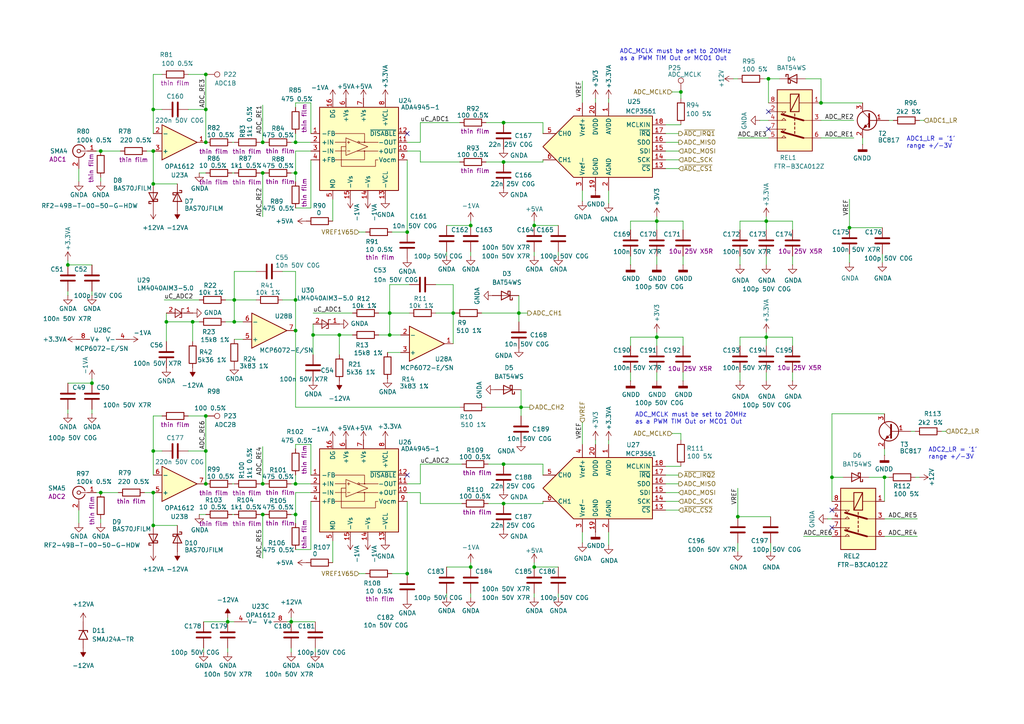
<source format=kicad_sch>
(kicad_sch (version 20231120) (generator "eeschema") (generator_version "8.0")
  (paper "A4")
  (junction (at 146.05 46.99))
  (junction (at 76.2 140.335))
  (junction (at 44.45 130.81))
  (junction (at 59.69 130.81))
  (junction (at 113.03 90.805))
  (junction (at 76.2 50.165))
  (junction (at 151.13 118.11))
  (junction (at 136.525 164.465))
  (junction (at 222.25 97.79))
  (junction (at 150.495 90.805))
  (junction (at 136.525 65.405))
  (junction (at 246.38 66.04))
  (junction (at 55.88 93.345))
  (junction (at 67.945 93.345))
  (junction (at 44.45 142.875))
  (junction (at 44.45 152.4))
  (junction (at 19.685 76.835))
  (junction (at 190.5 64.135))
  (junction (at 222.25 64.135))
  (junction (at 85.725 140.335))
  (junction (at 190.5 97.79))
  (junction (at 241.3 138.43))
  (junction (at 59.69 21.59))
  (junction (at 76.2 149.225))
  (junction (at 90.805 97.155))
  (junction (at 29.21 142.875))
  (junction (at 85.725 50.165))
  (junction (at 44.45 43.815))
  (junction (at 256.54 138.43))
  (junction (at 66.04 180.34))
  (junction (at 98.425 97.155))
  (junction (at 59.69 140.335))
  (junction (at 118.11 67.31))
  (junction (at 146.05 134.62))
  (junction (at 48.26 93.345))
  (junction (at 85.725 41.275))
  (junction (at 44.45 31.75))
  (junction (at 84.455 180.34))
  (junction (at 154.94 164.465))
  (junction (at 26.67 111.125))
  (junction (at 154.94 65.405))
  (junction (at 59.69 120.65))
  (junction (at 67.945 86.995))
  (junction (at 85.725 95.885))
  (junction (at 146.05 146.05))
  (junction (at 213.995 149.86))
  (junction (at 118.11 166.37))
  (junction (at 85.725 149.225))
  (junction (at 146.05 35.56))
  (junction (at 131.445 90.805))
  (junction (at 222.885 22.86))
  (junction (at 29.21 43.815))
  (junction (at 238.125 29.845))
  (junction (at 113.03 97.155))
  (junction (at 85.725 86.995))
  (junction (at 197.485 26.67))
  (junction (at 76.2 41.275))
  (junction (at 59.69 41.275))
  (junction (at 44.45 53.34))
  (junction (at 59.69 31.75))
  (no_connect (at 118.11 137.795))
  (no_connect (at 222.885 37.465))
  (no_connect (at 222.885 32.385))
  (no_connect (at 241.3 153.035))
  (no_connect (at 118.11 38.735))
  (no_connect (at 241.3 147.955))
  (wire (pts (xy 44.45 53.34) (xy 51.435 53.34)))
  (wire (pts (xy 222.25 97.79) (xy 229.87 97.79)))
  (wire (pts (xy 76.2 140.335) (xy 76.835 140.335)))
  (wire (pts (xy 241.3 138.43) (xy 241.3 120.015)))
  (wire (pts (xy 19.685 84.455) (xy 19.685 85.725)))
  (wire (pts (xy 126.365 90.805) (xy 131.445 90.805)))
  (wire (pts (xy 246.38 76.2) (xy 246.38 73.66)))
  (wire (pts (xy 48.26 93.345) (xy 55.88 93.345)))
  (wire (pts (xy 221.615 22.86) (xy 222.885 22.86)))
  (wire (pts (xy 85.725 60.325) (xy 90.17 60.325)))
  (wire (pts (xy 146.05 134.62) (xy 157.48 134.62)))
  (wire (pts (xy 67.945 86.995) (xy 67.945 93.345)))
  (wire (pts (xy 212.725 22.86) (xy 213.995 22.86)))
  (wire (pts (xy 67.945 78.74) (xy 74.295 78.74)))
  (wire (pts (xy 29.21 43.815) (xy 34.925 43.815)))
  (wire (pts (xy 193.04 43.815) (xy 196.85 43.815)))
  (wire (pts (xy 168.91 122.555) (xy 168.91 128.905)))
  (wire (pts (xy 118.11 166.37) (xy 118.11 145.415)))
  (wire (pts (xy 67.31 50.165) (xy 67.945 50.165)))
  (wire (pts (xy 168.91 157.48) (xy 168.91 154.305)))
  (wire (pts (xy 241.3 138.43) (xy 241.3 145.415)))
  (wire (pts (xy 42.545 43.815) (xy 44.45 43.815)))
  (wire (pts (xy 90.17 159.385) (xy 90.17 145.415)))
  (wire (pts (xy 67.945 86.995) (xy 67.945 78.74)))
  (wire (pts (xy 246.38 66.04) (xy 255.905 66.04)))
  (wire (pts (xy 29.21 151.765) (xy 29.21 150.495)))
  (wire (pts (xy 222.885 22.86) (xy 226.06 22.86)))
  (wire (pts (xy 66.04 187.96) (xy 66.04 189.23)))
  (wire (pts (xy 85.725 31.115) (xy 85.725 29.845)))
  (wire (pts (xy 59.69 130.81) (xy 54.61 130.81)))
  (wire (pts (xy 84.455 187.96) (xy 84.455 189.23)))
  (wire (pts (xy 220.345 34.925) (xy 222.885 34.925)))
  (wire (pts (xy 214.63 97.79) (xy 214.63 100.33)))
  (wire (pts (xy 233.68 22.86) (xy 238.125 22.86)))
  (wire (pts (xy 47.625 86.995) (xy 57.785 86.995)))
  (wire (pts (xy 240.03 150.495) (xy 241.3 150.495)))
  (wire (pts (xy 154.94 172.085) (xy 154.94 173.355)))
  (wire (pts (xy 193.04 145.415) (xy 196.85 145.415)))
  (wire (pts (xy 136.525 172.085) (xy 136.525 173.355)))
  (wire (pts (xy 214.63 97.79) (xy 222.25 97.79)))
  (wire (pts (xy 66.04 179.07) (xy 66.04 180.34)))
  (wire (pts (xy 113.03 82.55) (xy 113.03 90.805)))
  (wire (pts (xy 113.03 90.805) (xy 113.03 97.155)))
  (wire (pts (xy 121.92 46.99) (xy 133.35 46.99)))
  (wire (pts (xy 104.14 166.37) (xy 106.045 166.37)))
  (wire (pts (xy 140.97 46.99) (xy 146.05 46.99)))
  (wire (pts (xy 256.54 138.43) (xy 256.54 145.415)))
  (wire (pts (xy 76.2 149.225) (xy 76.2 161.925)))
  (wire (pts (xy 154.94 164.465) (xy 161.925 164.465)))
  (wire (pts (xy 81.915 78.74) (xy 85.725 78.74)))
  (wire (pts (xy 213.995 40.005) (xy 222.885 40.005)))
  (wire (pts (xy 176.53 28.575) (xy 176.53 29.845)))
  (wire (pts (xy 133.35 35.56) (xy 121.92 35.56)))
  (wire (pts (xy 85.725 86.995) (xy 85.725 95.885)))
  (wire (pts (xy 140.97 35.56) (xy 146.05 35.56)))
  (wire (pts (xy 113.665 67.31) (xy 118.11 67.31)))
  (wire (pts (xy 57.785 149.225) (xy 59.69 149.225)))
  (wire (pts (xy 255.905 76.2) (xy 255.905 73.66)))
  (wire (pts (xy 48.26 99.06) (xy 48.26 93.345)))
  (wire (pts (xy 182.88 110.49) (xy 182.88 107.95)))
  (wire (pts (xy 252.095 138.43) (xy 256.54 138.43)))
  (wire (pts (xy 104.14 67.31) (xy 106.045 67.31)))
  (wire (pts (xy 229.87 97.79) (xy 229.87 100.33)))
  (wire (pts (xy 22.86 147.955) (xy 22.86 151.765)))
  (wire (pts (xy 197.485 26.67) (xy 194.945 26.67)))
  (wire (pts (xy 118.11 67.31) (xy 118.11 46.355)))
  (wire (pts (xy 222.25 96.52) (xy 222.25 97.79)))
  (wire (pts (xy 222.25 62.865) (xy 222.25 64.135)))
  (wire (pts (xy 44.45 21.59) (xy 44.45 31.75)))
  (wire (pts (xy 65.405 86.995) (xy 67.945 86.995)))
  (wire (pts (xy 154.94 163.195) (xy 154.94 164.465)))
  (wire (pts (xy 176.53 158.115) (xy 176.53 154.305)))
  (wire (pts (xy 222.25 97.79) (xy 222.25 100.33)))
  (wire (pts (xy 190.5 97.79) (xy 190.5 100.33)))
  (wire (pts (xy 84.455 180.34) (xy 91.44 180.34)))
  (wire (pts (xy 193.04 46.355) (xy 196.85 46.355)))
  (wire (pts (xy 190.5 64.135) (xy 198.12 64.135)))
  (wire (pts (xy 90.17 60.325) (xy 90.17 46.355)))
  (wire (pts (xy 76.2 30.48) (xy 76.2 41.275)))
  (wire (pts (xy 131.445 82.55) (xy 131.445 90.805)))
  (wire (pts (xy 22.86 48.895) (xy 22.86 52.705)))
  (wire (pts (xy 26.67 111.125) (xy 19.685 111.125)))
  (wire (pts (xy 190.5 64.135) (xy 182.88 64.135)))
  (wire (pts (xy 193.04 147.955) (xy 196.85 147.955)))
  (wire (pts (xy 85.725 38.735) (xy 85.725 41.275)))
  (wire (pts (xy 198.12 76.835) (xy 198.12 74.295)))
  (wire (pts (xy 109.855 97.155) (xy 113.03 97.155)))
  (wire (pts (xy 26.67 118.745) (xy 26.67 120.015)))
  (wire (pts (xy 238.125 29.845) (xy 250.19 29.845)))
  (wire (pts (xy 157.48 134.62) (xy 157.48 137.795)))
  (wire (pts (xy 84.455 140.335) (xy 85.725 140.335)))
  (wire (pts (xy 59.69 31.75) (xy 59.69 41.275)))
  (wire (pts (xy 250.19 40.005) (xy 250.19 41.91)))
  (wire (pts (xy 198.12 97.79) (xy 198.12 100.33)))
  (wire (pts (xy 198.12 64.135) (xy 198.12 66.675)))
  (wire (pts (xy 112.395 102.235) (xy 116.205 102.235)))
  (wire (pts (xy 141.605 146.05) (xy 146.05 146.05)))
  (wire (pts (xy 193.04 140.335) (xy 196.85 140.335)))
  (wire (pts (xy 85.725 142.875) (xy 90.17 142.875)))
  (wire (pts (xy 131.445 90.805) (xy 131.445 99.695)))
  (wire (pts (xy 76.2 149.225) (xy 76.835 149.225)))
  (wire (pts (xy 133.985 134.62) (xy 121.92 134.62)))
  (wire (pts (xy 90.805 93.98) (xy 90.805 97.155)))
  (wire (pts (xy 214.63 110.49) (xy 214.63 107.95)))
  (wire (pts (xy 59.69 21.59) (xy 59.69 31.75)))
  (wire (pts (xy 44.45 31.75) (xy 44.45 38.735)))
  (wire (pts (xy 168.91 58.42) (xy 168.91 55.245)))
  (wire (pts (xy 26.67 109.855) (xy 26.67 111.125)))
  (wire (pts (xy 85.725 140.335) (xy 90.17 140.335)))
  (wire (pts (xy 176.53 59.055) (xy 176.53 55.245)))
  (wire (pts (xy 90.17 128.905) (xy 90.17 137.795)))
  (wire (pts (xy 96.52 156.845) (xy 96.52 163.195)))
  (wire (pts (xy 214.63 64.135) (xy 222.25 64.135)))
  (wire (pts (xy 59.055 187.96) (xy 59.055 189.23)))
  (wire (pts (xy 67.31 140.335) (xy 67.945 140.335)))
  (wire (pts (xy 67.945 41.275) (xy 67.31 41.275)))
  (wire (pts (xy 85.725 118.11) (xy 133.35 118.11)))
  (wire (pts (xy 121.92 43.815) (xy 121.92 46.99)))
  (wire (pts (xy 136.525 163.195) (xy 136.525 164.465)))
  (wire (pts (xy 193.04 137.795) (xy 196.85 137.795)))
  (wire (pts (xy 85.725 137.795) (xy 85.725 140.335)))
  (wire (pts (xy 256.54 150.495) (xy 266.065 150.495)))
  (wire (pts (xy 213.995 160.02) (xy 213.995 157.48)))
  (wire (pts (xy 46.99 120.65) (xy 44.45 120.65)))
  (wire (pts (xy 44.45 130.81) (xy 46.99 130.81)))
  (wire (pts (xy 222.25 76.835) (xy 222.25 74.295)))
  (wire (pts (xy 121.92 146.05) (xy 133.985 146.05)))
  (wire (pts (xy 67.31 149.225) (xy 67.945 149.225)))
  (wire (pts (xy 213.995 149.86) (xy 223.52 149.86)))
  (wire (pts (xy 241.3 138.43) (xy 244.475 138.43)))
  (wire (pts (xy 90.805 90.805) (xy 102.235 90.805)))
  (wire (pts (xy 118.11 43.815) (xy 121.92 43.815)))
  (wire (pts (xy 55.88 93.345) (xy 57.785 93.345)))
  (wire (pts (xy 222.885 22.86) (xy 222.885 29.845)))
  (wire (pts (xy 141.605 134.62) (xy 146.05 134.62)))
  (wire (pts (xy 266.7 138.43) (xy 265.43 138.43)))
  (wire (pts (xy 182.88 76.835) (xy 182.88 74.295)))
  (wire (pts (xy 44.45 120.65) (xy 44.45 130.81)))
  (wire (pts (xy 190.5 64.135) (xy 190.5 66.675)))
  (wire (pts (xy 238.125 40.005) (xy 247.65 40.005)))
  (wire (pts (xy 91.44 187.96) (xy 91.44 189.23)))
  (wire (pts (xy 222.25 110.49) (xy 222.25 107.95)))
  (wire (pts (xy 121.92 134.62) (xy 121.92 140.335)))
  (wire (pts (xy 85.725 130.175) (xy 85.725 128.905)))
  (wire (pts (xy 182.88 97.79) (xy 182.88 100.33)))
  (wire (pts (xy 214.63 64.135) (xy 214.63 66.675)))
  (wire (pts (xy 85.725 149.225) (xy 85.725 142.875)))
  (wire (pts (xy 157.48 46.99) (xy 157.48 46.355)))
  (wire (pts (xy 238.125 34.925) (xy 247.65 34.925)))
  (wire (pts (xy 259.08 34.925) (xy 257.81 34.925)))
  (wire (pts (xy 76.2 41.275) (xy 76.835 41.275)))
  (wire (pts (xy 98.425 97.155) (xy 98.425 102.87)))
  (wire (pts (xy 59.69 31.75) (xy 54.61 31.75)))
  (wire (pts (xy 54.61 120.65) (xy 59.69 120.65)))
  (wire (pts (xy 83.185 180.34) (xy 84.455 180.34)))
  (wire (pts (xy 27.94 142.875) (xy 29.21 142.875)))
  (wire (pts (xy 41.91 142.875) (xy 44.45 142.875)))
  (wire (pts (xy 222.25 64.135) (xy 222.25 66.675)))
  (wire (pts (xy 193.04 41.275) (xy 196.85 41.275)))
  (wire (pts (xy 76.2 50.165) (xy 76.835 50.165)))
  (wire (pts (xy 84.455 41.275) (xy 85.725 41.275)))
  (wire (pts (xy 129.54 73.025) (xy 129.54 74.295)))
  (wire (pts (xy 29.21 52.705) (xy 29.21 51.435)))
  (wire (pts (xy 54.61 21.59) (xy 59.69 21.59)))
  (wire (pts (xy 168.91 23.495) (xy 168.91 29.845)))
  (wire (pts (xy 233.045 155.575) (xy 241.3 155.575)))
  (wire (pts (xy 256.54 130.175) (xy 256.54 132.08)))
  (wire (pts (xy 90.17 29.845) (xy 90.17 38.735)))
  (wire (pts (xy 85.725 50.165) (xy 85.725 43.815)))
  (wire (pts (xy 85.725 128.905) (xy 90.17 128.905)))
  (wire (pts (xy 190.5 97.79) (xy 198.12 97.79)))
  (wire (pts (xy 197.485 26.67) (xy 197.485 28.575)))
  (wire (pts (xy 257.81 138.43) (xy 256.54 138.43)))
  (wire (pts (xy 44.45 130.81) (xy 44.45 137.795)))
  (wire (pts (xy 146.05 46.99) (xy 157.48 46.99)))
  (wire (pts (xy 85.725 29.845) (xy 90.17 29.845)))
  (wire (pts (xy 190.5 96.52) (xy 190.5 97.79)))
  (wire (pts (xy 229.87 110.49) (xy 229.87 107.95)))
  (wire (pts (xy 75.565 41.275) (xy 76.2 41.275)))
  (wire (pts (xy 75.565 149.225) (xy 76.2 149.225)))
  (wire (pts (xy 109.855 90.805) (xy 113.03 90.805)))
  (wire (pts (xy 229.87 76.835) (xy 229.87 74.295)))
  (wire (pts (xy 157.48 35.56) (xy 157.48 38.735)))
  (wire (pts (xy 246.38 57.785) (xy 246.38 66.04)))
  (wire (pts (xy 229.87 64.135) (xy 229.87 66.675)))
  (wire (pts (xy 193.04 135.255) (xy 197.485 135.255)))
  (wire (pts (xy 176.53 127.635) (xy 176.53 128.905)))
  (wire (pts (xy 85.725 149.225) (xy 85.725 151.765)))
  (wire (pts (xy 193.04 38.735) (xy 196.85 38.735)))
  (wire (pts (xy 131.445 90.805) (xy 132.08 90.805)))
  (wire (pts (xy 67.945 93.345) (xy 70.485 93.345)))
  (wire (pts (xy 273.05 125.095) (xy 274.32 125.095)))
  (wire (pts (xy 121.92 35.56) (xy 121.92 41.275)))
  (wire (pts (xy 150.495 90.805) (xy 150.495 93.345)))
  (wire (pts (xy 85.725 159.385) (xy 90.17 159.385)))
  (wire (pts (xy 214.63 76.835) (xy 214.63 74.295)))
  (wire (pts (xy 59.69 120.65) (xy 59.69 130.81)))
  (wire (pts (xy 172.72 28.575) (xy 172.72 29.845)))
  (wire (pts (xy 19.685 118.745) (xy 19.685 120.015)))
  (wire (pts (xy 57.785 50.165) (xy 59.69 50.165)))
  (wire (pts (xy 193.04 142.875) (xy 196.85 142.875)))
  (wire (pts (xy 76.2 50.165) (xy 76.2 62.865)))
  (wire (pts (xy 172.72 127.635) (xy 172.72 128.905)))
  (wire (pts (xy 27.94 43.815) (xy 29.21 43.815)))
  (wire (pts (xy 44.45 31.75) (xy 46.99 31.75)))
  (wire (pts (xy 190.5 76.835) (xy 190.5 74.295)))
  (wire (pts (xy 121.92 41.275) (xy 118.11 41.275)))
  (wire (pts (xy 59.69 130.81) (xy 59.69 140.335)))
  (wire (pts (xy 85.725 41.275) (xy 90.17 41.275)))
  (wire (pts (xy 193.04 48.895) (xy 196.85 48.895)))
  (wire (pts (xy 84.455 149.225) (xy 85.725 149.225)))
  (wire (pts (xy 85.725 43.815) (xy 90.17 43.815)))
  (wire (pts (xy 222.25 64.135) (xy 229.87 64.135)))
  (wire (pts (xy 136.525 65.405) (xy 129.54 65.405)))
  (wire (pts (xy 118.745 82.55) (xy 113.03 82.55)))
  (wire (pts (xy 136.525 164.465) (xy 129.54 164.465)))
  (wire (pts (xy 48.26 90.805) (xy 48.26 93.345)))
  (wire (pts (xy 213.995 141.605) (xy 213.995 149.86)))
  (wire (pts (xy 66.04 180.34) (xy 67.945 180.34)))
  (wire (pts (xy 84.455 50.165) (xy 85.725 50.165)))
  (wire (pts (xy 197.485 125.73) (xy 194.945 125.73)))
  (wire (pts (xy 241.3 120.015) (xy 256.54 120.015)))
  (wire (pts (xy 193.04 36.195) (xy 197.485 36.195)))
  (wire (pts (xy 256.54 155.575) (xy 266.065 155.575)))
  (wire (pts (xy 154.94 64.135) (xy 154.94 65.405)))
  (wire (pts (xy 44.45 142.875) (xy 44.45 152.4)))
  (wire (pts (xy 161.925 172.085) (xy 161.925 173.355)))
  (wire (pts (xy 154.94 65.405) (xy 161.925 65.405)))
  (wire (pts (xy 161.925 73.025) (xy 161.925 74.295)))
  (wire (pts (xy 136.525 73.025) (xy 136.525 74.295)))
  (wire (pts (xy 81.915 86.995) (xy 85.725 86.995)))
  (wire (pts (xy 44.45 43.815) (xy 44.45 53.34)))
  (wire (pts (xy 55.88 93.345) (xy 55.88 99.06)))
  (wire (pts (xy 26.67 84.455) (xy 26.67 85.725)))
  (wire (pts (xy 113.03 97.155) (xy 116.205 97.155)))
  (wire (pts (xy 98.425 97.155) (xy 102.235 97.155)))
  (wire (pts (xy 190.5 97.79) (xy 182.88 97.79)))
  (wire (pts (xy 150.495 85.725) (xy 150.495 90.805)))
  (wire (pts (xy 265.43 125.095) (xy 264.16 125.095)))
  (wire (pts (xy 238.125 22.86) (xy 238.125 29.845)))
  (wire (pts (xy 190.5 62.865) (xy 190.5 64.135)))
  (wire (pts (xy 84.455 179.07) (xy 84.455 180.34)))
  (wire (pts (xy 182.88 64.135) (xy 182.88 66.675)))
  (wire (pts (xy 118.11 142.875) (xy 121.92 142.875)))
  (wire (pts (xy 198.12 110.49) (xy 198.12 107.95)))
  (wire (pts (xy 113.03 90.805) (xy 118.745 90.805)))
  (wire (pts (xy 90.805 97.155) (xy 98.425 97.155)))
  (wire (pts (xy 157.48 146.05) (xy 157.48 145.415)))
  (wire (pts (xy 139.7 90.805) (xy 150.495 90.805)))
  (wire (pts (xy 90.805 102.87) (xy 90.805 97.155)))
  (wire (pts (xy 65.405 93.345) (xy 67.945 93.345)))
  (wire (pts (xy 29.21 142.875) (xy 34.29 142.875)))
  (wire (pts (xy 85.725 95.885) (xy 85.725 118.11)))
  (wire (pts (xy 67.945 86.995) (xy 74.295 86.995)))
  (wire (pts (xy 44.45 152.4) (xy 51.435 152.4)))
  (wire (pts (xy 266.7 34.925) (xy 267.97 34.925)))
  (wire (pts (xy 146.05 146.05) (xy 157.48 146.05)))
  (wire (pts (xy 136.525 64.135) (xy 136.525 65.405)))
  (wire (pts (xy 126.365 82.55) (xy 131.445 82.55)))
  (wire (pts (xy 113.665 166.37) (xy 118.11 166.37)))
  (wire (pts (xy 75.565 140.335) (xy 76.2 140.335)))
  (wire (pts (xy 19.685 76.835) (xy 26.67 76.835)))
  (wire (pts (xy 121.92 140.335) (xy 118.11 140.335)))
  (wire (pts (xy 96.52 57.785) (xy 96.52 64.135)))
  (wire (pts (xy 19.685 75.565) (xy 19.685 76.835)))
  (wire (pts (xy 85.725 78.74) (xy 85.725 86.995)))
  (wire (pts (xy 121.92 142.875) (xy 121.92 146.05)))
  (wire (pts (xy 146.05 35.56) (xy 157.48 35.56)))
  (wire (pts (xy 190.5 110.49) (xy 190.5 107.95)))
  (wire (pts (xy 66.04 180.34) (xy 59.055 180.34)))
  (wire (pts (xy 151.13 118.11) (xy 151.13 120.65)))
  (wire (pts (xy 223.52 160.02) (xy 223.52 157.48)))
  (wire (pts (xy 85.725 50.165) (xy 85.725 52.705)))
  (wire (pts (xy 75.565 50.165) (xy 76.2 50.165)))
  (wire (pts (xy 150.495 90.805) (xy 153.035 90.805)))
  (wire (pts (xy 197.485 125.73) (xy 197.485 127.635)))
  (wire (pts (xy 151.13 113.03) (xy 151.13 118.11)))
  (wire (pts (xy 76.2 129.54) (xy 76.2 140.335)))
  (wire (pts (xy 151.13 118.11) (xy 153.67 118.11)))
  (wire (pts (xy 67.945 98.425) (xy 70.485 98.425)))
  (wire (pts (xy 129.54 172.085) (xy 129.54 173.355)))
  (wire (pts (xy 154.94 73.025) (xy 154.94 74.295)))
  (wire (pts (xy 140.97 118.11) (xy 151.13 118.11)))
  (wire (pts (xy 46.99 21.59) (xy 44.45 21.59)))
  (text "ADC2_LR = '1' \nrange +/-3V" (at 269.24 133.35 0) (effects (font (size 1.27 1.27)) (justify left bottom)))
  (text "ADC_MCLK must be set to 20MHz\nas a PWM TIM Out or MCO1 Out\n" (at 179.705 17.78 0) (effects (font (size 1.27 1.27)) (justify left bottom)))
  (text "ADC_MCLK must be set to 20MHz\nas a PWM TIM Out or MCO1 Out\n" (at 184.15 123.19 0) (effects (font (size 1.27 1.27)) (justify left bottom)))
  (text "ADC1_LR = '1' \nrange +/-3V" (at 262.89 43.18 0) (effects (font (size 1.27 1.27)) (justify left bottom)))
  (label "uC_ADC1" (at 90.805 90.805 0))
  (label "ADC_RE2" (at 247.65 34.925 180))
  (label "VREF" (at 213.995 141.605 270))
  (label "ADC_RE5" (at 76.2 161.925 90))
  (label "VREF" (at 168.91 122.555 270))
  (label "ADC_RE4" (at 266.065 155.575 180))
  (label "ADC_RE5" (at 266.065 150.495 180))
  (label "uC_ADC1" (at 121.92 35.56 0))
  (label "ADC_RE6" (at 59.69 121.92 270))
  (label "ADC_RE1" (at 76.2 30.48 270))
  (label "ADC_RE6" (at 233.045 155.575 0))
  (label "ADC_RE3" (at 213.995 40.005 0))
  (label "uC_ADC2" (at 121.92 134.62 0))
  (label "VREF" (at 246.38 57.785 270))
  (label "uC_ADC2" (at 47.625 86.995 0))
  (label "ADC_RE4" (at 76.2 129.54 270))
  (label "ADC_RE1" (at 247.65 40.005 180))
  (label "ADC_RE3" (at 59.69 22.86 270))
  (label "ADC_RE2" (at 76.2 62.865 90))
  (label "VREF" (at 168.91 23.495 270))
  (hierarchical_label "~{ADC_CS2}" (shape input) (at 196.85 147.955 0))
  (hierarchical_label "VREF1V65" (shape input) (at 104.14 67.31 180))
  (hierarchical_label "ADC_MOSI" (shape input) (at 196.85 43.815 0))
  (hierarchical_label "ADC_MOSI" (shape input) (at 196.85 142.875 0))
  (hierarchical_label "ADC_CH1" (shape output) (at 153.035 90.805 0))
  (hierarchical_label "ADC_MCLK" (shape input) (at 194.945 125.73 180))
  (hierarchical_label "~{ADC_IRQ1}" (shape output) (at 196.85 38.735 0))
  (hierarchical_label "ADC_MISO" (shape output) (at 196.85 140.335 0))
  (hierarchical_label "ADC_MCLK" (shape input) (at 194.945 26.67 180))
  (hierarchical_label "ADC_SCK" (shape input) (at 196.85 46.355 0))
  (hierarchical_label "VREF" (shape input) (at 168.91 122.555 90))
  (hierarchical_label "ADC_SCK" (shape input) (at 196.85 145.415 0))
  (hierarchical_label "~{ADC_CS1}" (shape input) (at 196.85 48.895 0))
  (hierarchical_label "ADC_CH2" (shape output) (at 153.67 118.11 0))
  (hierarchical_label "~{ADC_IRQ2}" (shape output) (at 196.85 137.795 0))
  (hierarchical_label "ADC1_LR" (shape input) (at 267.97 34.925 0))
  (hierarchical_label "VREF1V65" (shape input) (at 104.14 166.37 180))
  (hierarchical_label "ADC_MISO" (shape output) (at 196.85 41.275 0))
  (hierarchical_label "ADC2_LR" (shape input) (at 274.32 125.095 0))
  (symbol (lib_id "power:+5VA") (at 100.33 28.575 0) (unit 1)
    (property "Reference" "#PWR0121" (effects (hide yes)))
    (property "Value" "+5VA" (at 100.33 25.0731 0))
    (property "Description" "Power symbol creates a global label with name \"+5VA\"" (effects (hide yes)))
  )
  (symbol (lib_id "power:GNDD") (at 190.5 110.49 0) (unit 1)
    (property "Reference" "#PWR0141" (effects (hide yes)))
    (property "Value" "GNDD" (at 190.627 114.4524 0))
    (property "Description" "Power symbol creates a global label with name \"GNDD\" , digital ground" (effects (hide yes)))
  )
  (symbol (lib_id "Amplifier_Operational:OPA1612AxD") (at 75.565 182.88 270) (unit 3)
    (property "Reference" "U23" (at 75.565 175.895 90))
    (property "Value" "OPA1612" (at 75.565 178.435 90))
    (property "Footprint" "Package_SO:SOIC-8_3.9x4.9mm_P1.27mm" (effects (hide yes)))
    (property "Datasheet" "http://www.ti.com/lit/ds/symlink/opa1612.pdf" (effects (hide yes)))
    (property "Description" "Dual SoundPlus High Performance, Bipolar-Input Audio Operational Amplifiers, SOIC-8" (effects (hide yes)))
  )
  (symbol (lib_id "power:GNDA") (at 150.495 100.965 0) (unit 1)
    (property "Reference" "#PWR0192" (effects (hide yes)))
    (property "Value" "GNDA" (at 146.05 103.124 0))
    (property "Description" "Power symbol creates a global label with name \"GNDA\" , analog ground" (effects (hide yes)))
  )
  (symbol (lib_id "Diode:BAT54J") (at 44.45 156.21 90) (unit 1)
    (property "Reference" "D9" (at 32.512 151.384 90) (effects (justify right)))
    (property "Value" "BAS70JFILM" (at 32.512 153.416 90) (effects (justify right)))
    (property "Footprint" "Diode_SMD:D_SOD-323F" (effects (hide yes)))
    (property "Datasheet" "https://www.tme.eu/Document/413cad723698c264adbbd12b01a1beed/BAS70.pdf" (effects (hide yes)))
    (property "Description" "30V 200mA Schottky diode, SOD-323F" (effects (hide yes)))
  )
  (symbol (lib_id "power:+3.3VA") (at 176.53 127.635 0) (unit 1)
    (property "Reference" "#PWR0145" (effects (hide yes)))
    (property "Value" "+3.3VA" (at 176.53 121.285 90))
    (property "Description" "Power symbol creates a global label with name \"+3.3VA\"" (effects (hide yes)))
  )
  (symbol (lib_id "Device:R") (at 106.045 97.155 90) (unit 1)
    (property "Reference" "R13" (at 105.029 100.076 90))
    (property "Value" "15k8 1%" (at 106.807 102.362 90))
    (property "Footprint" "Resistor_SMD:R_0603_1608Metric" (effects (hide yes)))
    (property "Description" "Resistor" (effects (hide yes)))
  )
  (symbol (lib_id "Device:R") (at 78.105 86.995 90) (unit 1)
    (property "Reference" "R41" (at 77.47 82.804 90))
    (property "Value" "10k 1%" (at 77.724 84.836 90))
    (property "Footprint" "Resistor_SMD:R_0603_1608Metric" (effects (hide yes)))
    (property "Description" "Resistor" (effects (hide yes)))
  )
  (symbol (lib_id "Device:R") (at 112.395 106.045 180) (unit 1)
    (property "Reference" "R14" (at 118.364 109.982 0))
    (property "Value" "3k83 1%" (at 120.142 112.014 0))
    (property "Footprint" "Resistor_SMD:R_0603_1608Metric" (effects (hide yes)))
    (property "Description" "Resistor" (effects (hide yes)))
  )
  (symbol (lib_id "power:GNDA") (at 90.805 110.49 0) (unit 1)
    (property "Reference" "#PWR0277" (effects (hide yes)))
    (property "Value" "GNDA" (at 90.805 114.3 0))
    (property "Description" "Power symbol creates a global label with name \"GNDA\" , analog ground" (effects (hide yes)))
  )
  (symbol (lib_id "Device:C") (at 129.54 69.215 180) (unit 1)
    (property "Reference" "C162" (at 130.81 66.675 0) (effects (justify right)))
    (property "Value" "100p 50V C0G" (at 120.015 74.295 0) (effects (justify right)))
    (property "Footprint" "Capacitor_SMD:C_0603_1608Metric" (effects (hide yes)))
    (property "Description" "Unpolarized capacitor" (effects (hide yes)))
  )
  (symbol (lib_id "Device:R") (at 50.8 120.65 270) (unit 1)
    (property "Reference" "R98" (at 61.976 113.538 90))
    (property "Value" "100 0.5%" (at 60.96 118.364 90))
    (property "Footprint" "Resistor_SMD:R_0603_1608Metric_Pad0.98x0.95mm_HandSolder" (effects (hide yes)))
    (property "Description" "Resistor" (effects (hide yes)))
    (property "Comm" "thin film" (at 50.8 123.19 90))
  )
  (symbol (lib_id "Device:C") (at 118.11 71.12 0) (mirror y) (unit 1)
    (property "Reference" "C161" (at 118.872 62.738 0) (effects (justify right)))
    (property "Value" "10n 50V C0G" (at 113.792 65.532 0) (effects (justify right)))
    (property "Footprint" "Capacitor_SMD:C_0603_1608Metric" (effects (hide yes)))
    (property "Description" "Unpolarized capacitor" (effects (hide yes)))
  )
  (symbol (lib_id "power:-12VA") (at 55.88 106.68 180) (unit 1)
    (property "Reference" "#PWR0280" (effects (hide yes)))
    (property "Value" "-12VA" (at 55.88 111.76 0))
    (property "Description" "Power symbol creates a global label with name \"-12VA\"" (effects (hide yes)))
  )
  (symbol (lib_id "Device:R") (at 98.425 106.68 180) (unit 1)
    (property "Reference" "R21" (at 102.87 105.664 0))
    (property "Value" "5k36 1%" (at 104.648 107.95 0))
    (property "Footprint" "Resistor_SMD:R_0603_1608Metric" (effects (hide yes)))
    (property "Description" "Resistor" (effects (hide yes)))
  )
  (symbol (lib_id "Device:C") (at 26.67 114.935 0) (mirror y) (unit 1)
    (property "Reference" "C50" (at 27.94 112.395 0) (effects (justify right)))
    (property "Value" "100n 50V X7R" (at 29.845 117.475 0) (effects (justify right)))
    (property "Footprint" "Capacitor_SMD:C_0603_1608Metric" (effects (hide yes)))
    (property "Description" "Unpolarized capacitor" (effects (hide yes)))
  )
  (symbol (lib_id "Diode:BAT54J") (at 146.685 85.725 180) (unit 1)
    (property "Reference" "D3" (at 147.0025 79.375 0))
    (property "Value" "BAT54WS" (at 147.0025 81.915 0))
    (property "Footprint" "Diode_SMD:D_SOD-323F" (effects (hide yes)))
    (property "Datasheet" "https://www.tme.eu/Document/3edcf771a0243e04f0aad97d626d294c/bat54ws.pdf" (effects (hide yes)))
    (property "Description" "30V 200mA Schottky diode, SOD-323F" (effects (hide yes)))
  )
  (symbol (lib_id "Device:R") (at 50.8 21.59 270) (unit 1)
    (property "Reference" "R81" (at 48.26 15.875 90))
    (property "Value" "100 0.5%" (at 51.435 18.415 90))
    (property "Footprint" "Resistor_SMD:R_0603_1608Metric_Pad0.98x0.95mm_HandSolder" (effects (hide yes)))
    (property "Description" "Resistor" (effects (hide yes)))
    (property "Comm" "thin film" (at 50.8 24.13 90))
  )
  (symbol (lib_id "Device:R") (at 61.595 93.345 90) (unit 1)
    (property "Reference" "R23" (at 60.579 96.266 90))
    (property "Value" "15k8 1%" (at 62.357 98.552 90))
    (property "Footprint" "Resistor_SMD:R_0603_1608Metric" (effects (hide yes)))
    (property "Description" "Resistor" (effects (hide yes)))
  )
  (symbol (lib_id "power:+12VA") (at 24.13 180.34 0) (unit 1)
    (property "Reference" "#PWR0282" (effects (hide yes)))
    (property "Value" "+12VA" (at 24.13 175.26 0))
    (property "Description" "Power symbol creates a global label with name \"+12VA\"" (effects (hide yes)))
  )
  (symbol (lib_id "My_Library:-1VA") (at 101.6 57.785 180) (unit 1)
    (property "Reference" "#PWR123" (effects (hide yes)))
    (property "Value" "-1VA" (at 103.505 59.055 90) (effects (justify left)))
  )
  (symbol (lib_id "power:+5VA") (at 105.41 28.575 0) (unit 1)
    (property "Reference" "#PWR0120" (effects (hide yes)))
    (property "Value" "+5VA" (at 105.41 25.0731 0))
    (property "Description" "Power symbol creates a global label with name \"+5VA\"" (effects (hide yes)))
  )
  (symbol (lib_id "Device:R") (at 63.5 149.225 90) (unit 1)
    (property "Reference" "R103" (at 61.976 145.034 90))
    (property "Value" "10 0.5%" (at 61.722 147.066 90))
    (property "Footprint" "Resistor_SMD:R_0805_2012Metric_Pad1.20x1.40mm_HandSolder" (effects (hide yes)))
    (property "Description" "Resistor" (effects (hide yes)))
    (property "Comm" "thin film" (at 61.976 151.892 90))
  )
  (symbol (lib_id "Device:R") (at 71.755 149.225 90) (unit 1)
    (property "Reference" "R104" (at 71.12 145.034 90))
    (property "Value" "1k1 0.5%" (at 71.374 147.066 90))
    (property "Footprint" "Resistor_SMD:R_0805_2012Metric_Pad1.20x1.40mm_HandSolder" (effects (hide yes)))
    (property "Description" "Resistor" (effects (hide yes)))
    (property "Comm" "thin film" (at 71.628 151.892 90))
  )
  (symbol (lib_id "Device:R") (at 61.595 86.995 90) (unit 1)
    (property "Reference" "R22" (at 60.96 82.804 90))
    (property "Value" "10k 1%" (at 61.214 84.836 90))
    (property "Footprint" "Resistor_SMD:R_0603_1608Metric" (effects (hide yes)))
    (property "Description" "Resistor" (effects (hide yes)))
  )
  (symbol (lib_id "Diode:BAT54J") (at 51.435 57.15 270) (unit 1)
    (property "Reference" "D7" (at 53.467 58.42 90) (effects (justify left)))
    (property "Value" "BAS70JFILM" (at 53.467 60.452 90) (effects (justify left)))
    (property "Footprint" "Diode_SMD:D_SOD-323F" (effects (hide yes)))
    (property "Datasheet" "https://www.tme.eu/Document/413cad723698c264adbbd12b01a1beed/BAS70.pdf" (effects (hide yes)))
    (property "Description" "30V 200mA Schottky diode, SOD-323F" (effects (hide yes)))
  )
  (symbol (lib_id "c3Av2_A-rescue:+3.3V-power") (at 190.5 62.865 0) (unit 1)
    (property "Reference" "#PWR0109" (effects (hide yes)))
    (property "Value" "+3V3" (at 190.5 57.15 90))
  )
  (symbol (lib_id "Diode:BAT54J") (at 229.87 22.86 0) (unit 1)
    (property "Reference" "D4" (at 229.5525 17.145 0))
    (property "Value" "BAT54WS" (at 229.5525 19.685 0))
    (property "Footprint" "Diode_SMD:D_SOD-323F" (effects (hide yes)))
    (property "Datasheet" "https://www.tme.eu/Document/3edcf771a0243e04f0aad97d626d294c/bat54ws.pdf" (effects (hide yes)))
    (property "Description" "30V 200mA Schottky diode, SOD-323F" (effects (hide yes)))
  )
  (symbol (lib_id "Device:R") (at 109.855 67.31 90) (unit 1)
    (property "Reference" "R91" (at 107.95 70.104 90))
    (property "Value" "10 0.5%" (at 109.982 72.39 90))
    (property "Footprint" "Resistor_SMD:R_0805_2012Metric_Pad1.20x1.40mm_HandSolder" (effects (hide yes)))
    (property "Description" "Resistor" (effects (hide yes)))
    (property "Comm" "thin film" (at 110.236 74.676 90))
  )
  (symbol (lib_id "Device:R") (at 38.735 43.815 270) (unit 1)
    (property "Reference" "R78" (at 36.195 38.1 90))
    (property "Value" "220 0.5%" (at 39.37 40.64 90))
    (property "Footprint" "Resistor_SMD:R_0603_1608Metric_Pad0.98x0.95mm_HandSolder" (effects (hide yes)))
    (property "Description" "Resistor" (effects (hide yes)))
    (property "Comm" "thin film" (at 38.735 46.355 90))
  )
  (symbol (lib_id "Device:C") (at 146.05 50.8 180) (unit 1)
    (property "Reference" "C166" (at 149.225 50.8 0) (effects (justify right)))
    (property "Value" "22n 25V C0G" (at 142.24 53.34 0) (effects (justify right)))
    (property "Footprint" "Capacitor_SMD:C_0603_1608Metric" (effects (hide yes)))
    (property "Description" "Unpolarized capacitor" (effects (hide yes)))
  )
  (symbol (lib_id "Device:R") (at 137.16 118.11 90) (unit 1)
    (property "Reference" "R10" (at 135.255 120.904 90))
    (property "Value" "510 1%" (at 137.287 123.19 90))
    (property "Footprint" "Resistor_SMD:R_0603_1608Metric" (effects (hide yes)))
    (property "Description" "Resistor" (effects (hide yes)))
  )
  (symbol (lib_id "power:GNDA") (at 154.94 173.355 0) (unit 1)
    (property "Reference" "#PWR0250" (effects (hide yes)))
    (property "Value" "GNDA" (at 154.94 177.165 0))
    (property "Description" "Power symbol creates a global label with name \"GNDA\" , analog ground" (effects (hide yes)))
  )
  (symbol (lib_id "power:GNDA") (at 214.63 76.835 0) (unit 1)
    (property "Reference" "#PWR0107" (effects (hide yes)))
    (property "Value" "GNDA" (at 214.757 81.3308 0))
    (property "Description" "Power symbol creates a global label with name \"GNDA\" , analog ground" (effects (hide yes)))
  )
  (symbol (lib_id "Device:C") (at 90.805 106.68 0) (mirror y) (unit 1)
    (property "Reference" "C54" (at 92.964 107.442 0) (effects (justify right)))
    (property "Value" "100n 50V X7R" (at 81.026 109.982 0) (effects (justify right)))
    (property "Footprint" "Capacitor_SMD:C_0603_1608Metric" (effects (hide yes)))
    (property "Description" "Unpolarized capacitor" (effects (hide yes)))
  )
  (symbol (lib_id "power:-12VA") (at 66.04 179.07 0) (unit 1)
    (property "Reference" "#PWR0111" (effects (hide yes)))
    (property "Value" "-12VA" (at 66.04 173.99 0))
    (property "Description" "Power symbol creates a global label with name \"-12VA\"" (effects (hide yes)))
  )
  (symbol (lib_id "Device:C") (at 146.05 149.86 180) (unit 1)
    (property "Reference" "C187" (at 149.225 149.86 0) (effects (justify right)))
    (property "Value" "22n 25V C0G" (at 142.24 152.4 0) (effects (justify right)))
    (property "Footprint" "Capacitor_SMD:C_0603_1608Metric" (effects (hide yes)))
    (property "Description" "Unpolarized capacitor" (effects (hide yes)))
  )
  (symbol (lib_id "c3Av2_A-rescue:+3.3V-power") (at 172.72 28.575 0) (unit 1)
    (property "Reference" "#PWR090" (effects (hide yes)))
    (property "Value" "+3V3" (at 172.72 22.86 90))
  )
  (symbol (lib_id "Device:R") (at 85.725 34.925 180) (unit 1)
    (property "Reference" "R85" (at 85.598 26.162 0))
    (property "Value" "475 0.5%" (at 86.106 28.702 0))
    (property "Footprint" "Resistor_SMD:R_0805_2012Metric_Pad1.20x1.40mm_HandSolder" (effects (hide yes)))
    (property "Description" "Resistor" (effects (hide yes)))
    (property "Comm" "thin film" (at 88.265 34.29 90))
  )
  (symbol (lib_id "power:GNDA") (at 136.525 74.295 0) (unit 1)
    (property "Reference" "#PWR0130" (effects (hide yes)))
    (property "Value" "GNDA" (at 136.525 78.105 0))
    (property "Description" "Power symbol creates a global label with name \"GNDA\" , analog ground" (effects (hide yes)))
  )
  (symbol (lib_id "Device:C") (at 146.05 138.43 180) (unit 1)
    (property "Reference" "C188" (at 149.225 138.43 0) (effects (justify right)))
    (property "Value" "22n 25V C0G" (at 142.24 140.97 0) (effects (justify right)))
    (property "Footprint" "Capacitor_SMD:C_0603_1608Metric" (effects (hide yes)))
    (property "Description" "Unpolarized capacitor" (effects (hide yes)))
  )
  (symbol (lib_id "Diode:BAT54J") (at 147.32 113.03 180) (unit 1)
    (property "Reference" "D5" (at 147.6375 106.68 0))
    (property "Value" "BAT54WS" (at 147.6375 109.22 0))
    (property "Footprint" "Diode_SMD:D_SOD-323F" (effects (hide yes)))
    (property "Datasheet" "https://www.tme.eu/Document/3edcf771a0243e04f0aad97d626d294c/bat54ws.pdf" (effects (hide yes)))
    (property "Description" "30V 200mA Schottky diode, SOD-323F" (effects (hide yes)))
  )
  (symbol (lib_id "Device:R") (at 80.645 50.165 90) (unit 1)
    (property "Reference" "R88" (at 80.645 46.1391 90))
    (property "Value" "475 0.5%" (at 80.645 48.0601 90))
    (property "Footprint" "Resistor_SMD:R_0805_2012Metric_Pad1.20x1.40mm_HandSolder" (effects (hide yes)))
    (property "Description" "Resistor" (effects (hide yes)))
    (property "Comm" "thin film" (at 81.28 52.705 90))
  )
  (symbol (lib_id "Device:C") (at 190.5 70.485 0) (mirror y) (unit 1)
    (property "Reference" "C170" (at 185.42 67.945 0) (effects (justify right)))
    (property "Value" "100p 50V C0G" (at 184.15 83.185 0) (effects (justify right)))
    (property "Footprint" "Capacitor_SMD:C_0603_1608Metric" (effects (hide yes)))
    (property "Description" "Unpolarized capacitor" (effects (hide yes)))
  )
  (symbol (lib_id "power:GNDD") (at 182.88 110.49 0) (unit 1)
    (property "Reference" "#PWR0138" (effects (hide yes)))
    (property "Value" "GNDD" (at 183.007 114.4524 0))
    (property "Description" "Power symbol creates a global label with name \"GNDD\" , digital ground" (effects (hide yes)))
  )
  (symbol (lib_id "Device:R") (at 137.16 46.99 90) (unit 1)
    (property "Reference" "R93" (at 137.16 42.9641 90))
    (property "Value" "100 0.5%" (at 137.16 44.8851 90))
    (property "Footprint" "Resistor_SMD:R_0805_2012Metric_Pad1.20x1.40mm_HandSolder" (effects (hide yes)))
    (property "Description" "Resistor" (effects (hide yes)))
    (property "Comm" "thin film" (at 137.795 49.53 90))
  )
  (symbol (lib_id "power:GNDA") (at 84.455 189.23 0) (unit 1)
    (property "Reference" "#PWR0200" (effects (hide yes)))
    (property "Value" "GNDA" (at 84.455 193.04 0))
    (property "Description" "Power symbol creates a global label with name \"GNDA\" , analog ground" (effects (hide yes)))
  )
  (symbol (lib_id "Device:C") (at 151.13 124.46 180) (unit 1)
    (property "Reference" "C189" (at 154.305 124.46 0) (effects (justify right)))
    (property "Value" "10n 50V C0G" (at 147.066 127.254 0) (effects (justify right)))
    (property "Footprint" "Capacitor_SMD:C_0603_1608Metric" (effects (hide yes)))
    (property "Description" "Unpolarized capacitor" (effects (hide yes)))
  )
  (symbol (lib_id "power:GNDA") (at 19.685 85.725 0) (unit 1)
    (property "Reference" "#PWR0271" (effects (hide yes)))
    (property "Value" "GNDA" (at 19.685 89.535 0))
    (property "Description" "Power symbol creates a global label with name \"GNDA\" , analog ground" (effects (hide yes)))
  )
  (symbol (lib_id "power:GNDA") (at 66.04 189.23 0) (unit 1)
    (property "Reference" "#PWR0114" (effects (hide yes)))
    (property "Value" "GNDA" (at 66.04 193.04 0))
    (property "Description" "Power symbol creates a global label with name \"GNDA\" , analog ground" (effects (hide yes)))
  )
  (symbol (lib_id "Device:C") (at 154.94 69.215 0) (mirror y) (unit 1)
    (property "Reference" "C164" (at 149.86 66.675 0) (effects (justify right)))
    (property "Value" "100n 50V X7R" (at 139.7 74.295 0) (effects (justify right)))
    (property "Footprint" "Capacitor_SMD:C_0603_1608Metric" (effects (hide yes)))
    (property "Description" "Unpolarized capacitor" (effects (hide yes)))
  )
  (symbol (lib_id "Device:C") (at 146.05 39.37 180) (unit 1)
    (property "Reference" "C167" (at 149.225 39.37 0) (effects (justify right)))
    (property "Value" "22n 25V C0G" (at 141.605 41.91 0) (effects (justify right)))
    (property "Footprint" "Capacitor_SMD:C_0603_1608Metric" (effects (hide yes)))
    (property "Description" "Unpolarized capacitor" (effects (hide yes)))
  )
  (symbol (lib_id "Device:R") (at 80.645 140.335 90) (unit 1)
    (property "Reference" "R101" (at 80.645 136.3091 90))
    (property "Value" "475 0.5%" (at 80.645 138.2301 90))
    (property "Footprint" "Resistor_SMD:R_0805_2012Metric_Pad1.20x1.40mm_HandSolder" (effects (hide yes)))
    (property "Description" "Resistor" (effects (hide yes)))
    (property "Comm" "thin film" (at 81.28 142.875 90))
  )
  (symbol (lib_id "power:GNDA") (at 91.44 189.23 0) (unit 1)
    (property "Reference" "#PWR0201" (effects (hide yes)))
    (property "Value" "GNDA" (at 91.44 193.04 0))
    (property "Description" "Power symbol creates a global label with name \"GNDA\" , analog ground" (effects (hide yes)))
  )
  (symbol (lib_id "Device:R") (at 63.5 41.275 90) (unit 1)
    (property "Reference" "R82" (at 61.976 37.084 90))
    (property "Value" "10 0.5%" (at 64.008 39.116 90))
    (property "Footprint" "Resistor_SMD:R_0805_2012Metric_Pad1.20x1.40mm_HandSolder" (effects (hide yes)))
    (property "Description" "Resistor" (effects (hide yes)))
    (property "Comm" "thin film" (at 61.976 43.942 90))
  )
  (symbol (lib_id "Device:C") (at 26.67 80.645 0) (mirror x) (unit 1)
    (property "Reference" "C52" (at 25.4 78.105 0) (effects (justify right)))
    (property "Value" "100p 50V C0G" (at 35.56 85.725 0) (effects (justify right)))
    (property "Footprint" "Capacitor_SMD:C_0603_1608Metric" (effects (hide yes)))
    (property "Description" "Unpolarized capacitor" (effects (hide yes)))
  )
  (symbol (lib_id "power:GNDD") (at 190.5 76.835 0) (unit 1)
    (property "Reference" "#PWR0152" (effects (hide yes)))
    (property "Value" "GNDD" (at 190.627 80.7974 0))
    (property "Description" "Power symbol creates a global label with name \"GNDD\" , digital ground" (effects (hide yes)))
  )
  (symbol (lib_id "Device:C") (at 136.525 69.215 0) (mirror y) (unit 1)
    (property "Reference" "C163" (at 137.795 66.675 0) (effects (justify right)))
    (property "Value" "100n 50V X7R" (at 139.7 71.755 0) (effects (justify right)))
    (property "Footprint" "Capacitor_SMD:C_0603_1608Metric" (effects (hide yes)))
    (property "Description" "Unpolarized capacitor" (effects (hide yes)))
  )
  (symbol (lib_id "power:GNDD") (at 172.72 55.245 0) (unit 1)
    (property "Reference" "#PWR061" (effects (hide yes)))
    (property "Value" "GNDD" (at 172.847 59.2074 0))
    (property "Description" "Power symbol creates a global label with name \"GNDD\" , digital ground" (effects (hide yes)))
  )
  (symbol (lib_id "Device:R") (at 137.795 146.05 90) (unit 1)
    (property "Reference" "R110" (at 137.795 142.0241 90))
    (property "Value" "100 0.5%" (at 137.795 143.9451 90))
    (property "Footprint" "Resistor_SMD:R_0805_2012Metric_Pad1.20x1.40mm_HandSolder" (effects (hide yes)))
    (property "Description" "Resistor" (effects (hide yes)))
    (property "Comm" "thin film" (at 138.43 148.59 90))
  )
  (symbol (lib_id "power:GNDA") (at 220.345 34.925 270) (unit 1)
    (property "Reference" "#PWR0253" (effects (hide yes)))
    (property "Value" "GNDA" (at 215.8492 35.052 0))
    (property "Description" "Power symbol creates a global label with name \"GNDA\" , analog ground" (effects (hide yes)))
  )
  (symbol (lib_id "power:GNDA") (at 29.21 52.705 0) (unit 1)
    (property "Reference" "#PWR0118" (effects (hide yes)))
    (property "Value" "GNDA" (at 29.21 56.515 0))
    (property "Description" "Power symbol creates a global label with name \"GNDA\" , analog ground" (effects (hide yes)))
  )
  (symbol (lib_id "power:GNDA") (at 26.67 120.015 0) (unit 1)
    (property "Reference" "#PWR0270" (effects (hide yes)))
    (property "Value" "GNDA" (at 26.67 123.825 0))
    (property "Description" "Power symbol creates a global label with name \"GNDA\" , analog ground" (effects (hide yes)))
  )
  (symbol (lib_id "power:GNDA") (at 223.52 160.02 0) (unit 1)
    (property "Reference" "#PWR0238" (effects (hide yes)))
    (property "Value" "GNDA" (at 223.647 164.5158 0))
    (property "Description" "Power symbol creates a global label with name \"GNDA\" , analog ground" (effects (hide yes)))
  )
  (symbol (lib_id "power:+5VA") (at 100.33 127.635 0) (unit 1)
    (property "Reference" "#PWR0205" (effects (hide yes)))
    (property "Value" "+5VA" (at 100.33 124.1331 0))
    (property "Description" "Power symbol creates a global label with name \"+5VA\"" (effects (hide yes)))
  )
  (symbol (lib_id "Device:C") (at 161.925 69.215 0) (mirror x) (unit 1)
    (property "Reference" "C165" (at 160.655 66.675 0) (effects (justify right)))
    (property "Value" "100p 50V C0G" (at 170.815 74.295 0) (effects (justify right)))
    (property "Footprint" "Capacitor_SMD:C_0603_1608Metric" (effects (hide yes)))
    (property "Description" "Unpolarized capacitor" (effects (hide yes)))
  )
  (symbol (lib_id "My_Library:-1VA") (at 106.68 156.845 180) (unit 1)
    (property "Reference" "#PWR239" (effects (hide yes)))
    (property "Value" "-1VA" (at 108.585 158.115 90) (effects (justify left)))
  )
  (symbol (lib_id "power:GNDA") (at 161.925 173.355 0) (unit 1)
    (property "Reference" "#PWR0251" (effects (hide yes)))
    (property "Value" "GNDA" (at 161.925 177.165 0))
    (property "Description" "Power symbol creates a global label with name \"GNDA\" , analog ground" (effects (hide yes)))
  )
  (symbol (lib_id "Device:R") (at 92.71 163.195 90) (unit 1)
    (property "Reference" "R107" (at 95.885 158.75 90) (effects (justify left)))
    (property "Value" "0" (at 92.075 160.655 90) (effects (justify left)))
    (property "Footprint" "Resistor_SMD:R_0603_1608Metric" (effects (hide yes)))
    (property "Description" "Resistor" (effects (hide yes)))
  )
  (symbol (lib_id "power:GNDA") (at 229.87 110.49 0) (unit 1)
    (property "Reference" "#PWR0203" (effects (hide yes)))
    (property "Value" "GNDA" (at 229.997 114.9858 0))
    (property "Description" "Power symbol creates a global label with name \"GNDA\" , analog ground" (effects (hide yes)))
  )
  (symbol (lib_id "power:+5VA") (at 154.94 64.135 0) (unit 1)
    (property "Reference" "#PWR0129" (effects (hide yes)))
    (property "Value" "+5VA" (at 154.94 60.6331 0))
    (property "Description" "Power symbol creates a global label with name \"+5VA\"" (effects (hide yes)))
  )
  (symbol (lib_id "power:GNDA") (at 151.13 128.27 0) (unit 1)
    (property "Reference" "#PWR0248" (effects (hide yes)))
    (property "Value" "GNDA" (at 146.812 130.81 0))
    (property "Description" "Power symbol creates a global label with name \"GNDA\" , analog ground" (effects (hide yes)))
  )
  (symbol (lib_id "Reference_Voltage:LM4040DBZ-5") (at 94.615 93.98 0) (unit 1)
    (property "Reference" "U30" (at 89.281 84.201 0))
    (property "Value" "LM4040AIM3-5.0" (at 94.361 86.487 0))
    (property "Footprint" "Package_TO_SOT_SMD:SOT-23" (effects (hide yes)))
    (property "Datasheet" "https://www.ti.com/lit/ds/symlink/lm4040-n.pdf?ts=1728475381621&ref_url=https%253A%252F%252Fwww.mouser.de%252F" (effects (hide yes)))
    (property "Description" "5.000V Precision Micropower Shunt Voltage Reference, SOT-23" (effects (hide yes)))
  )
  (symbol (lib_id "power:+12VA") (at 44.45 160.02 180) (unit 1)
    (property "Reference" "#PWR0258" (effects (hide yes)))
    (property "Value" "+12VA" (at 44.45 165.1 0))
    (property "Description" "Power symbol creates a global label with name \"+12VA\"" (effects (hide yes)))
  )
  (symbol (lib_id "Device:C") (at 246.38 69.85 0) (mirror y) (unit 1)
    (property "Reference" "C175" (at 241.3 67.31 0) (effects (justify right)))
    (property "Value" "100n 50V X7R" (at 241.3 72.39 0) (effects (justify right)))
    (property "Footprint" "Capacitor_SMD:C_0603_1608Metric" (effects (hide yes)))
    (property "Description" "Unpolarized capacitor" (effects (hide yes)))
  )
  (symbol (lib_id "power:+5VA") (at 154.94 163.195 0) (unit 1)
    (property "Reference" "#PWR0249" (effects (hide yes)))
    (property "Value" "+5VA" (at 154.94 159.6931 0))
    (property "Description" "Power symbol creates a global label with name \"+5VA\"" (effects (hide yes)))
  )
  (symbol (lib_id "power:+5VA") (at 88.9 163.195 90) (unit 1)
    (property "Reference" "#PWR0196" (effects (hide yes)))
    (property "Value" "+5VA" (at 85.09 163.195 90) (effects (justify left)))
    (property "Description" "Power symbol creates a global label with name \"+5VA\"" (effects (hide yes)))
  )
  (symbol (lib_id "Device:R") (at 80.645 149.225 90) (unit 1)
    (property "Reference" "R105" (at 80.645 145.1991 90))
    (property "Value" "475 0.5%" (at 80.645 147.1201 90))
    (property "Footprint" "Resistor_SMD:R_0805_2012Metric_Pad1.20x1.40mm_HandSolder" (effects (hide yes)))
    (property "Description" "Resistor" (effects (hide yes)))
    (property "Comm" "thin film" (at 81.28 151.765 90))
  )
  (symbol (lib_id "power:GNDA") (at 112.395 109.855 0) (unit 1)
    (property "Reference" "#PWR0275" (effects (hide yes)))
    (property "Value" "GNDA" (at 112.395 113.665 0))
    (property "Description" "Power symbol creates a global label with name \"GNDA\" , analog ground" (effects (hide yes)))
  )
  (symbol (lib_id "power:GNDA") (at 222.25 76.835 0) (unit 1)
    (property "Reference" "#PWR0191" (effects (hide yes)))
    (property "Value" "GNDA" (at 222.377 81.3308 0))
    (property "Description" "Power symbol creates a global label with name \"GNDA\" , analog ground" (effects (hide yes)))
  )
  (symbol (lib_id "Device:R") (at 29.21 47.625 180) (unit 1)
    (property "Reference" "R80" (at 24.13 38.1 0))
    (property "Value" "100k 0.5%" (at 27.305 40.64 0))
    (property "Footprint" "Resistor_SMD:R_0805_2012Metric_Pad1.20x1.40mm_HandSolder" (effects (hide yes)))
    (property "Description" "Resistor" (effects (hide yes)))
    (property "Comm" "thin film" (at 26.416 48.768 90))
  )
  (symbol (lib_id "power:+3.3VA") (at 111.76 28.575 0) (unit 1)
    (property "Reference" "#PWR0119" (effects (hide yes)))
    (property "Value" "+3.3VA" (at 111.76 22.225 90))
    (property "Description" "Power symbol creates a global label with name \"+3.3VA\"" (effects (hide yes)))
  )
  (symbol (lib_id "Device:C") (at 222.25 104.14 0) (mirror y) (unit 1)
    (property "Reference" "C194" (at 217.17 101.6 0) (effects (justify right)))
    (property "Value" "100p 50V C0G" (at 215.265 117.475 0) (effects (justify right)))
    (property "Footprint" "Capacitor_SMD:C_0603_1608Metric" (effects (hide yes)))
    (property "Description" "Unpolarized capacitor" (effects (hide yes)))
  )
  (symbol (lib_id "power:GNDA") (at 161.925 74.295 0) (unit 1)
    (property "Reference" "#PWR0198" (effects (hide yes)))
    (property "Value" "GNDA" (at 161.925 78.105 0))
    (property "Description" "Power symbol creates a global label with name \"GNDA\" , analog ground" (effects (hide yes)))
  )
  (symbol (lib_id "Diode:BAT54J") (at 44.45 57.15 90) (unit 1)
    (property "Reference" "D8" (at 32.766 52.324 90) (effects (justify right)))
    (property "Value" "BAS70JFILM" (at 32.766 54.61 90) (effects (justify right)))
    (property "Footprint" "Diode_SMD:D_SOD-323F" (effects (hide yes)))
    (property "Datasheet" "https://www.tme.eu/Document/413cad723698c264adbbd12b01a1beed/BAS70.pdf" (effects (hide yes)))
    (property "Description" "30V 200mA Schottky diode, SOD-323F" (effects (hide yes)))
  )
  (symbol (lib_id "power:GNDA") (at 176.53 59.055 0) (unit 1)
    (property "Reference" "#PWR077" (effects (hide yes)))
    (property "Value" "GNDA" (at 176.657 63.5508 0))
    (property "Description" "Power symbol creates a global label with name \"GNDA\" , analog ground" (effects (hide yes)))
  )
  (symbol (lib_id "power:GNDD") (at 198.12 76.835 0) (unit 1)
    (property "Reference" "#PWR0103" (effects (hide yes)))
    (property "Value" "GNDD" (at 198.247 80.7974 0))
    (property "Description" "Power symbol creates a global label with name \"GNDD\" , digital ground" (effects (hide yes)))
  )
  (symbol (lib_id "power:GNDA") (at 118.11 173.99 0) (mirror y) (unit 1)
    (property "Reference" "#PWR0242" (effects (hide yes)))
    (property "Value" "GNDA" (at 118.11 177.8 0))
    (property "Description" "Power symbol creates a global label with name \"GNDA\" , analog ground" (effects (hide yes)))
  )
  (symbol (lib_id "Device:R") (at 137.795 134.62 90) (unit 1)
    (property "Reference" "R109" (at 137.795 130.5941 90))
    (property "Value" "100 0.5%" (at 137.795 132.5151 90))
    (property "Footprint" "Resistor_SMD:R_0805_2012Metric_Pad1.20x1.40mm_HandSolder" (effects (hide yes)))
    (property "Description" "Resistor" (effects (hide yes)))
    (property "Comm" "thin film" (at 138.43 137.16 90))
  )
  (symbol (lib_id "Device:C") (at 19.685 114.935 180) (unit 1)
    (property "Reference" "C49" (at 20.955 112.395 0) (effects (justify right)))
    (property "Value" "100p 50V C0G" (at 13.97 127 0) (effects (justify right)))
    (property "Footprint" "Capacitor_SMD:C_0603_1608Metric" (effects (hide yes)))
    (property "Description" "Unpolarized capacitor" (effects (hide yes)))
  )
  (symbol (lib_id "My_Library:-1VA") (at 136.525 163.195 0) (unit 1)
    (property "Reference" "#PWR244" (effects (hide yes)))
    (property "Value" "-1VA" (at 136.525 158.75 0))
  )
  (symbol (lib_id "Device:R") (at 197.485 32.385 0) (unit 1)
    (property "Reference" "R94" (at 200.914 30.48 0))
    (property "Value" "100 5%" (at 202.692 33.02 0))
    (property "Footprint" "Resistor_SMD:R_0603_1608Metric" (effects (hide yes)))
    (property "Description" "Resistor" (effects (hide yes)))
  )
  (symbol (lib_id "power:+3.3VA") (at 19.685 75.565 0) (unit 1)
    (property "Reference" "#PWR0273" (effects (hide yes)))
    (property "Value" "+3.3VA" (at 19.685 69.215 90))
    (property "Description" "Power symbol creates a global label with name \"+3.3VA\"" (effects (hide yes)))
  )
  (symbol (lib_id "power:GNDA") (at 55.88 90.805 90) (unit 1)
    (property "Reference" "#PWR0264" (effects (hide yes)))
    (property "Value" "GNDA" (at 61.722 90.678 90))
    (property "Description" "Power symbol creates a global label with name \"GNDA\" , analog ground" (effects (hide yes)))
  )
  (symbol (lib_id "Device:R") (at 137.16 35.56 90) (unit 1)
    (property "Reference" "R92" (at 137.16 31.5341 90))
    (property "Value" "100 0.5%" (at 137.16 33.4551 90))
    (property "Footprint" "Resistor_SMD:R_0805_2012Metric_Pad1.20x1.40mm_HandSolder" (effects (hide yes)))
    (property "Description" "Resistor" (effects (hide yes)))
    (property "Comm" "thin film" (at 137.795 38.1 90))
  )
  (symbol (lib_id "Device:C") (at 129.54 168.275 180) (unit 1)
    (property "Reference" "C183" (at 123.825 165.735 0) (effects (justify right)))
    (property "Value" "100p 50V C0G" (at 120.015 173.355 0) (effects (justify right)))
    (property "Footprint" "Capacitor_SMD:C_0603_1608Metric" (effects (hide yes)))
    (property "Description" "Unpolarized capacitor" (effects (hide yes)))
  )
  (symbol (lib_id "Device:C") (at 214.63 70.485 0) (mirror y) (unit 1)
    (property "Reference" "C172" (at 209.55 67.945 0) (effects (justify right)))
    (property "Value" "100n 50V X7R" (at 209.55 73.025 0) (effects (justify right)))
    (property "Footprint" "Capacitor_SMD:C_0603_1608Metric" (effects (hide yes)))
    (property "Description" "Unpolarized capacitor" (effects (hide yes)))
  )
  (symbol (lib_id "power:GNDD") (at 250.19 41.91 0) (mirror y) (unit 1)
    (property "Reference" "#PWR0116" (effects (hide yes)))
    (property "Value" "GNDD" (at 250.063 45.8724 0))
    (property "Description" "Power symbol creates a global label with name \"GNDD\" , digital ground" (effects (hide yes)))
  )
  (symbol (lib_id "power:GNDA") (at 168.91 58.42 0) (unit 1)
    (property "Reference" "#PWR088" (effects (hide yes)))
    (property "Value" "GNDA" (at 169.037 62.9158 0))
    (property "Description" "Power symbol creates a global label with name \"GNDA\" , analog ground" (effects (hide yes)))
  )
  (symbol (lib_id "Diode:BAT54J") (at 248.285 138.43 180) (unit 1)
    (property "Reference" "D6" (at 248.6025 132.08 0))
    (property "Value" "BAT54WS" (at 248.6025 134.62 0))
    (property "Footprint" "Diode_SMD:D_SOD-323F" (effects (hide yes)))
    (property "Datasheet" "https://www.tme.eu/Document/3edcf771a0243e04f0aad97d626d294c/bat54ws.pdf" (effects (hide yes)))
    (property "Description" "30V 200mA Schottky diode, SOD-323F" (effects (hide yes)))
  )
  (symbol (lib_id "power:GNDA") (at 240.03 150.495 270) (unit 1)
    (property "Reference" "#PWR0139" (effects (hide yes)))
    (property "Value" "GNDA" (at 235.5342 150.622 0))
    (property "Description" "Power symbol creates a global label with name \"GNDA\" , analog ground" (effects (hide yes)))
  )
  (symbol (lib_id "My_Library:ADA4945") (at 100.33 132.715 0) (unit 1)
    (property "Reference" "U26" (at 117.475 128.27 0))
    (property "Value" "ADA4945-1" (at 121.92 130.175 0))
    (property "Footprint" "Package_CSP:LFCSP-16-1EP_3x3mm_P0.5mm_EP1.6x1.6mm_ThermalVias" (effects (hide yes)))
    (property "Datasheet" "https://www.analog.com/media/en/technical-documentation/data-sheets/ada4945-1.pdf" (effects (hide yes)))
  )
  (symbol (lib_id "power:GNDA") (at 26.67 85.725 0) (unit 1)
    (property "Reference" "#PWR0272" (effects (hide yes)))
    (property "Value" "GNDA" (at 26.67 89.535 0))
    (property "Description" "Power symbol creates a global label with name \"GNDA\" , analog ground" (effects (hide yes)))
  )
  (symbol (lib_id "Device:C") (at 50.8 31.75 90) (unit 1)
    (property "Reference" "C160" (at 50.8 27.94 90))
    (property "Value" "220n 50V C0G" (at 52.07 34.925 90))
    (property "Footprint" "Capacitor_SMD:C_1206_3216Metric" (effects (hide yes)))
    (property "Description" "Unpolarized capacitor" (effects (hide yes)))
  )
  (symbol (lib_id "Device:C") (at 198.12 104.14 0) (mirror y) (unit 1)
    (property "Reference" "C192" (at 192.405 101.6 0) (effects (justify right)))
    (property "Value" "GRM188R61E106KA73D" (effects (hide yes)))
    (property "Footprint" "Capacitor_SMD:C_0603_1608Metric" (effects (hide yes)))
    (property "Description" "Unpolarized capacitor" (effects (hide yes)))
    (property "Comm" "10u 25V X5R" (at 200.152 106.934 0))
  )
  (symbol (lib_id "Device:R") (at 92.71 64.135 90) (unit 1)
    (property "Reference" "R90" (at 94.615 59.69 90) (effects (justify left)))
    (property "Value" "0" (at 93.218 61.722 90) (effects (justify left)))
    (property "Footprint" "Resistor_SMD:R_0603_1608Metric" (effects (hide yes)))
    (property "Description" "Resistor" (effects (hide yes)))
  )
  (symbol (lib_id "Connector:TestPoint") (at 197.485 26.67 0) (unit 1) (in_bom no)
    (property "Reference" "P25" (at 193.675 19.685 0) (effects (justify left)))
    (property "Value" "ADC_MCLK" (at 193.675 21.59 0) (effects (justify left)))
    (property "Footprint" "TestPoint:TestPoint_THTPad_1.5x1.5mm_Drill0.7mm" (effects (hide yes)))
    (property "Description" "test point" (effects (hide yes)))
  )
  (symbol (lib_id "Device:C") (at 255.905 69.85 0) (unit 1)
    (property "Reference" "C176" (at 255.905 67.31 0) (effects (justify right)))
    (property "Value" "100p 50V C0G" (at 264.795 74.93 0) (effects (justify right)))
    (property "Footprint" "Capacitor_SMD:C_0603_1608Metric" (effects (hide yes)))
    (property "Description" "Unpolarized capacitor" (effects (hide yes)))
  )
  (symbol (lib_id "power:-12VA") (at 24.13 187.96 180) (unit 1)
    (property "Reference" "#PWR0281" (effects (hide yes)))
    (property "Value" "-12VA" (at 24.13 193.04 0))
    (property "Description" "Power symbol creates a global label with name \"-12VA\"" (effects (hide yes)))
  )
  (symbol (lib_id "power:GNDA") (at 67.945 106.045 0) (unit 1)
    (property "Reference" "#PWR0278" (effects (hide yes)))
    (property "Value" "GNDA" (at 67.945 109.855 0))
    (property "Description" "Power symbol creates a global label with name \"GNDA\" , analog ground" (effects (hide yes)))
  )
  (symbol (lib_id "power:+3.3VA") (at 176.53 28.575 0) (unit 1)
    (property "Reference" "#PWR0102" (effects (hide yes)))
    (property "Value" "+3.3VA" (at 176.53 22.225 90))
    (property "Description" "Power symbol creates a global label with name \"+3.3VA\"" (effects (hide yes)))
  )
  (symbol (lib_id "Device:R") (at 85.725 56.515 180) (unit 1)
    (property "Reference" "R89" (at 80.264 58.42 0))
    (property "Value" "475 0.5%" (at 80.772 60.452 0))
    (property "Footprint" "Resistor_SMD:R_0805_2012Metric_Pad1.20x1.40mm_HandSolder" (effects (hide yes)))
    (property "Description" "Resistor" (effects (hide yes)))
    (property "Comm" "thin film" (at 88.265 55.88 90))
  )
  (symbol (lib_id "power:+12VA") (at 84.455 179.07 0) (unit 1)
    (property "Reference" "#PWR0113" (effects (hide yes)))
    (property "Value" "+12VA" (at 84.455 174.625 0))
    (property "Description" "Power symbol creates a global label with name \"+12VA\"" (effects (hide yes)))
  )
  (symbol (lib_id "Amplifier_Operational:OPA1612AxD") (at 29.845 100.965 90) (mirror x) (unit 3)
    (property "Reference" "U28" (at 29.718 95.758 90))
    (property "Value" "MCP6072-E/SN" (at 29.464 101.092 90))
    (property "Footprint" "Package_SO:SOIC-8_3.9x4.9mm_P1.27mm" (effects (hide yes)))
    (property "Datasheet" "http://www.ti.com/lit/ds/symlink/opa1612.pdf" (effects (hide yes)))
    (property "Description" "Dual SoundPlus High Performance, Bipolar-Input Audio Operational Amplifiers, SOIC-8" (effects (hide yes)))
  )
  (symbol (lib_id "Device:R") (at 122.555 90.805 90) (unit 1)
    (property "Reference" "R11" (at 121.92 86.614 90))
    (property "Value" "10k 1%" (at 122.174 88.646 90))
    (property "Footprint" "Resistor_SMD:R_0603_1608Metric" (effects (hide yes)))
    (property "Description" "Resistor" (effects (hide yes)))
  )
  (symbol (lib_id "My_Library:FTR-B3GA012Z") (at 248.92 140.335 0) (mirror y) (unit 1)
    (property "Reference" "REL2" (at 247.015 161.29 0))
    (property "Value" "FTR-B3CA012Z" (at 250.19 163.83 0))
    (property "Footprint" "MY_Library:FTRB3CA012Z" (effects (hide yes)))
    (property "Datasheet" "https://www.tme.eu/Document/3d9fb13bc216892f8c7ae2000a20fad3/ftr-b3.pdf" (effects (hide yes)))
  )
  (symbol (lib_id "Device:R") (at 106.045 90.805 90) (unit 1)
    (property "Reference" "R12" (at 105.41 86.614 90))
    (property "Value" "10k 1%" (at 105.664 88.646 90))
    (property "Footprint" "Resistor_SMD:R_0603_1608Metric" (effects (hide yes)))
    (property "Description" "Resistor" (effects (hide yes)))
  )
  (symbol (lib_id "Device:C") (at 213.995 153.67 0) (mirror y) (unit 1)
    (property "Reference" "C196" (at 199.39 156.845 0) (effects (justify right)))
    (property "Value" "100n 50V X7R" (at 199.39 159.385 0) (effects (justify right)))
    (property "Footprint" "Capacitor_SMD:C_0603_1608Metric" (effects (hide yes)))
    (property "Description" "Unpolarized capacitor" (effects (hide yes)))
  )
  (symbol (lib_id "power:GNDA") (at 143.51 113.03 270) (unit 1)
    (property "Reference" "#PWR0265" (effects (hide yes)))
    (property "Value" "GNDA" (at 139.0142 113.157 0))
    (property "Description" "Power symbol creates a global label with name \"GNDA\" , analog ground" (effects (hide yes)))
  )
  (symbol (lib_id "power:GNDA") (at 176.53 158.115 0) (unit 1)
    (property "Reference" "#PWR0146" (effects (hide yes)))
    (property "Value" "GNDA" (at 176.657 162.6108 0))
    (property "Description" "Power symbol creates a global label with name \"GNDA\" , analog ground" (effects (hide yes)))
  )
  (symbol (lib_id "power:GNDA") (at 129.54 74.295 0) (mirror y) (unit 1)
    (property "Reference" "#PWR0199" (effects (hide yes)))
    (property "Value" "GNDA" (at 129.54 78.105 0))
    (property "Description" "Power symbol creates a global label with name \"GNDA\" , analog ground" (effects (hide yes)))
  )
  (symbol (lib_id "power:GNDA") (at 29.21 151.765 0) (unit 1)
    (property "Reference" "#PWR0128" (effects (hide yes)))
    (property "Value" "GNDA" (at 29.21 155.575 0))
    (property "Description" "Power symbol creates a global label with name \"GNDA\" , analog ground" (effects (hide yes)))
  )
  (symbol (lib_id "Device:C") (at 154.94 168.275 0) (mirror y) (unit 1)
    (property "Reference" "C185" (at 149.225 165.735 0) (effects (justify right)))
    (property "Value" "100n 50V X7R" (at 139.7 173.355 0) (effects (justify right)))
    (property "Footprint" "Capacitor_SMD:C_0603_1608Metric" (effects (hide yes)))
    (property "Description" "Unpolarized capacitor" (effects (hide yes)))
  )
  (symbol (lib_id "Amplifier_Operational:OPA1612AxD") (at 123.825 99.695 0) (mirror x) (unit 1)
    (property "Reference" "U28" (at 128.651 104.14 0))
    (property "Value" "MCP6072-E/SN" (at 123.825 106.68 0))
    (property "Footprint" "Package_SO:SOIC-8_3.9x4.9mm_P1.27mm" (effects (hide yes)))
    (property "Datasheet" "http://www.ti.com/lit/ds/symlink/opa1612.pdf" (effects (hide yes)))
    (property "Description" "Dual SoundPlus High Performance, Bipolar-Input Audio Operational Amplifiers, SOIC-8" (effects (hide yes)))
  )
  (symbol (lib_id "Device:C") (at 182.88 104.14 0) (mirror y) (unit 1)
    (property "Reference" "C190" (at 177.8 101.6 0) (effects (justify right)))
    (property "Value" "100n 50V X7R" (at 177.8 106.68 0) (effects (justify right)))
    (property "Footprint" "Capacitor_SMD:C_0603_1608Metric" (effects (hide yes)))
    (property "Description" "Unpolarized capacitor" (effects (hide yes)))
  )
  (symbol (lib_id "Reference_Voltage:LM4040DBZ-5") (at 52.07 90.805 0) (unit 1)
    (property "Reference" "U29" (at 41.656 81.28 0))
    (property "Value" "LM4040AIM3-5.0" (at 48.006 83.566 0))
    (property "Footprint" "Package_TO_SOT_SMD:SOT-23" (effects (hide yes)))
    (property "Datasheet" "https://www.ti.com/lit/ds/symlink/lm4040-n.pdf?ts=1728475381621&ref_url=https%253A%252F%252Fwww.mouser.de%252F" (effects (hide yes)))
    (property "Description" "5.000V Precision Micropower Shunt Voltage Reference, SOT-23" (effects (hide yes)))
  )
  (symbol (lib_id "power:+5VA") (at 88.9 64.135 90) (unit 1)
    (property "Reference" "#PWR0180" (effects (hide yes)))
    (property "Value" "+5VA" (at 85.09 64.135 90) (effects (justify left)))
    (property "Description" "Power symbol creates a global label with name \"+5VA\"" (effects (hide yes)))
  )
  (symbol (lib_id "Device:C") (at 190.5 104.14 0) (mirror y) (unit 1)
    (property "Reference" "C191" (at 185.42 101.6 0) (effects (justify right)))
    (property "Value" "100p 50V C0G" (at 184.15 116.84 0) (effects (justify right)))
    (property "Footprint" "Capacitor_SMD:C_0603_1608Metric" (effects (hide yes)))
    (property "Description" "Unpolarized capacitor" (effects (hide yes)))
  )
  (symbol (lib_id "power:+3.3VA") (at 22.225 98.425 90) (unit 1)
    (property "Reference" "#PWR0267" (effects (hide yes)))
    (property "Value" "+3.3VA" (at 15.875 98.425 90))
    (property "Description" "Power symbol creates a global label with name \"+3.3VA\"" (effects (hide yes)))
  )
  (symbol (lib_id "Transistor_BJT:BC817") (at 259.08 125.095 0) (mirror y) (unit 1)
    (property "Reference" "T3" (at 263.525 128.905 0) (effects (justify left)))
    (property "Value" "BC817" (at 267.335 130.81 0) (effects (justify left)))
    (property "Footprint" "Package_TO_SOT_SMD:SOT-23" (effects (hide yes)))
    (property "Datasheet" "https://www.onsemi.com/pub/Collateral/BC818-D.pdf" (effects (hide yes)))
    (property "Description" "0.8A Ic, 45V Vce, NPN Transistor, SOT-23" (effects (hide yes)))
  )
  (symbol (lib_id "Device:C") (at 214.63 104.14 0) (mirror y) (unit 1)
    (property "Reference" "C193" (at 209.55 101.6 0) (effects (justify right)))
    (property "Value" "100n 50V X7R" (at 209.55 106.68 0) (effects (justify right)))
    (property "Footprint" "Capacitor_SMD:C_0603_1608Metric" (effects (hide yes)))
    (property "Description" "Unpolarized capacitor" (effects (hide yes)))
  )
  (symbol (lib_id "Device:R") (at 135.89 90.805 90) (unit 1)
    (property "Reference" "R9" (at 133.985 93.599 90))
    (property "Value" "510 1%" (at 136.017 95.885 90))
    (property "Footprint" "Resistor_SMD:R_0603_1608Metric" (effects (hide yes)))
    (property "Description" "Resistor" (effects (hide yes)))
  )
  (symbol (lib_id "power:GNDA") (at 22.86 151.765 0) (mirror y) (unit 1)
    (property "Reference" "#PWR0126" (effects (hide yes)))
    (property "Value" "GNDA" (at 22.86 155.575 0))
    (property "Description" "Power symbol creates a global label with name \"GNDA\" , analog ground" (effects (hide yes)))
  )
  (symbol (lib_id "power:-12VA") (at 51.435 60.96 180) (unit 1)
    (property "Reference" "#PWR0257" (effects (hide yes)))
    (property "Value" "-12VA" (at 51.435 66.04 0))
    (property "Description" "Power symbol creates a global label with name \"-12VA\"" (effects (hide yes)))
  )
  (symbol (lib_id "power:GNDD") (at 256.54 132.08 0) (mirror y) (unit 1)
    (property "Reference" "#PWR0153" (effects (hide yes)))
    (property "Value" "GNDD" (at 256.413 136.0424 0))
    (property "Description" "Power symbol creates a global label with name \"GNDD\" , digital ground" (effects (hide yes)))
  )
  (symbol (lib_id "My_Library:-1VA") (at 136.525 64.135 0) (unit 1)
    (property "Reference" "#PWR204" (effects (hide yes)))
    (property "Value" "-1VA" (at 136.525 59.69 0))
  )
  (symbol (lib_id "Device:C") (at 84.455 184.15 0) (mirror y) (unit 1)
    (property "Reference" "C180" (at 79.375 181.61 0) (effects (justify right)))
    (property "Value" "100n 50V X7R" (at 76.835 195.58 0) (effects (justify right)))
    (property "Footprint" "Capacitor_SMD:C_0603_1608Metric" (effects (hide yes)))
    (property "Description" "Unpolarized capacitor" (effects (hide yes)))
  )
  (symbol (lib_id "power:GNDA") (at 168.91 157.48 0) (unit 1)
    (property "Reference" "#PWR0142" (effects (hide yes)))
    (property "Value" "GNDA" (at 169.037 161.9758 0))
    (property "Description" "Power symbol creates a global label with name \"GNDA\" , analog ground" (effects (hide yes)))
  )
  (symbol (lib_id "power:GNDA") (at 57.785 50.165 0) (unit 1)
    (property "Reference" "#PWR0132" (effects (hide yes)))
    (property "Value" "GNDA" (at 57.912 54.6608 0))
    (property "Description" "Power symbol creates a global label with name \"GNDA\" , analog ground" (effects (hide yes)))
  )
  (symbol (lib_id "Device:C") (at 136.525 168.275 0) (mirror y) (unit 1)
    (property "Reference" "C184" (at 137.795 165.735 0) (effects (justify right)))
    (property "Value" "100n 50V X7R" (at 139.7 170.815 0) (effects (justify right)))
    (property "Footprint" "Capacitor_SMD:C_0603_1608Metric" (effects (hide yes)))
    (property "Description" "Unpolarized capacitor" (effects (hide yes)))
  )
  (symbol (lib_id "power:GNDD") (at 198.12 110.49 0) (unit 1)
    (property "Reference" "#PWR0147" (effects (hide yes)))
    (property "Value" "GNDD" (at 198.247 114.4524 0))
    (property "Description" "Power symbol creates a global label with name \"GNDD\" , digital ground" (effects (hide yes)))
  )
  (symbol (lib_id "power:GNDA") (at 136.525 173.355 0) (unit 1)
    (property "Reference" "#PWR0245" (effects (hide yes)))
    (property "Value" "GNDA" (at 136.525 177.165 0))
    (property "Description" "Power symbol creates a global label with name \"GNDA\" , analog ground" (effects (hide yes)))
  )
  (symbol (lib_id "Device:C") (at 91.44 184.15 0) (mirror x) (unit 1)
    (property "Reference" "C181" (at 91.44 181.61 0) (effects (justify right)))
    (property "Value" "100p 50V C0G" (at 100.33 189.23 0) (effects (justify right)))
    (property "Footprint" "Capacitor_SMD:C_0603_1608Metric" (effects (hide yes)))
    (property "Description" "Unpolarized capacitor" (effects (hide yes)))
  )
  (symbol (lib_id "power:+12V") (at 212.725 22.86 90) (unit 1)
    (property "Reference" "#PWR0117" (effects (hide yes)))
    (property "Value" "+12V" (at 209.2231 22.86 0))
    (property "Description" "Power symbol creates a global label with name \"+12V\"" (effects (hide yes)))
  )
  (symbol (lib_id "Device:C") (at 48.26 102.87 0) (mirror y) (unit 1)
    (property "Reference" "C56" (at 43.434 100.076 0) (effects (justify right)))
    (property "Value" "100n 50V X7R" (at 38.608 105.41 0) (effects (justify right)))
    (property "Footprint" "Capacitor_SMD:C_0603_1608Metric" (effects (hide yes)))
    (property "Description" "Unpolarized capacitor" (effects (hide yes)))
  )
  (symbol (lib_id "power:+3.3VA") (at 222.25 62.865 0) (unit 1)
    (property "Reference" "#PWR0106" (effects (hide yes)))
    (property "Value" "+3.3VA" (at 222.25 56.515 90))
    (property "Description" "Power symbol creates a global label with name \"+3.3VA\"" (effects (hide yes)))
  )
  (symbol (lib_id "power:GNDA") (at 213.995 160.02 0) (unit 1)
    (property "Reference" "#PWR0150" (effects (hide yes)))
    (property "Value" "GNDA" (at 214.122 164.5158 0))
    (property "Description" "Power symbol creates a global label with name \"GNDA\" , analog ground" (effects (hide yes)))
  )
  (symbol (lib_id "power:GNDA") (at 146.05 54.61 0) (unit 1)
    (property "Reference" "#PWR0193" (effects (hide yes)))
    (property "Value" "GNDA" (at 150.495 56.515 0))
    (property "Description" "Power symbol creates a global label with name \"GNDA\" , analog ground" (effects (hide yes)))
  )
  (symbol (lib_id "power:-12VA") (at 51.435 160.02 180) (unit 1)
    (property "Reference" "#PWR0259" (effects (hide yes)))
    (property "Value" "-12VA" (at 51.435 165.1 0))
    (property "Description" "Power symbol creates a global label with name \"-12VA\"" (effects (hide yes)))
  )
  (symbol (lib_id "Device:R") (at 217.805 22.86 270) (unit 1)
    (property "Reference" "R95" (at 217.17 17.78 90))
    (property "Value" "100 5%" (at 218.948 20.066 90))
    (property "Footprint" "Resistor_SMD:R_1206_3216Metric" (effects (hide yes)))
    (property "Description" "Resistor" (effects (hide yes)))
  )
  (symbol (lib_id "Device:R") (at 269.24 125.095 90) (mirror x) (unit 1)
    (property "Reference" "R113" (at 270.51 120.015 90))
    (property "Value" "2k2 5%" (at 269.875 122.555 90))
    (property "Footprint" "Resistor_SMD:R_0603_1608Metric" (effects (hide yes)))
    (property "Description" "Resistor" (effects (hide yes)))
  )
  (symbol (lib_id "power:GNDA") (at 59.055 189.23 0) (mirror y) (unit 1)
    (property "Reference" "#PWR0112" (effects (hide yes)))
    (property "Value" "GNDA" (at 59.055 193.04 0))
    (property "Description" "Power symbol creates a global label with name \"GNDA\" , analog ground" (effects (hide yes)))
  )
  (symbol (lib_id "Device:C") (at 50.8 130.81 90) (unit 1)
    (property "Reference" "C177" (at 50.8 127 90))
    (property "Value" "220n 50V C0G" (at 52.07 133.985 90))
    (property "Footprint" "Capacitor_SMD:C_1206_3216Metric" (effects (hide yes)))
    (property "Description" "Unpolarized capacitor" (effects (hide yes)))
  )
  (symbol (lib_id "Device:R") (at 71.755 140.335 90) (unit 1)
    (property "Reference" "R100" (at 70.104 136.398 0))
    (property "Value" "1k1 0.5%" (at 72.39 134.366 0))
    (property "Footprint" "Resistor_SMD:R_0805_2012Metric_Pad1.20x1.40mm_HandSolder" (effects (hide yes)))
    (property "Description" "Resistor" (effects (hide yes)))
    (property "Comm" "thin film" (at 71.628 143.002 90))
  )
  (symbol (lib_id "Device:C") (at 66.04 184.15 0) (mirror y) (unit 1)
    (property "Reference" "C179" (at 60.96 181.61 0) (effects (justify right)))
    (property "Value" "100n 50V X7R" (at 59.055 195.58 0) (effects (justify right)))
    (property "Footprint" "Capacitor_SMD:C_0603_1608Metric" (effects (hide yes)))
    (property "Description" "Unpolarized capacitor" (effects (hide yes)))
  )
  (symbol (lib_id "Device:R") (at 262.89 34.925 90) (mirror x) (unit 1)
    (property "Reference" "R96" (at 264.16 29.845 90))
    (property "Value" "2k2 5%" (at 263.525 32.385 90))
    (property "Footprint" "Resistor_SMD:R_0603_1608Metric" (effects (hide yes)))
    (property "Description" "Resistor" (effects (hide yes)))
  )
  (symbol (lib_id "MY_Library:MCP3561") (at 157.48 42.545 0) (unit 1)
    (property "Reference" "U25" (at 183.896 29.464 0))
    (property "Value" "MCP3561" (at 185.928 32.258 0))
    (property "Footprint" "Package_SO:SSOP-20_4.4x6.5mm_P0.65mm" (effects (hide yes)))
    (property "Datasheet" "https://ww1.microchip.com/downloads/aemDocuments/documents/MSLD/ProductDocuments/DataSheets/MCP3561-2-4-Family-Data-Sheet-DS20006181C.pdf" (effects (hide yes)))
  )
  (symbol (lib_id "power:GNDA") (at 118.11 74.93 0) (mirror y) (unit 1)
    (property "Reference" "#PWR0179" (effects (hide yes)))
    (property "Value" "GNDA" (at 118.11 78.74 0))
    (property "Description" "Power symbol creates a global label with name \"GNDA\" , analog ground" (effects (hide yes)))
  )
  (symbol (lib_id "Device:R") (at 80.645 41.275 90) (unit 1)
    (property "Reference" "R84" (at 80.645 37.2491 90))
    (property "Value" "475 0.5%" (at 80.645 39.1701 90))
    (property "Footprint" "Resistor_SMD:R_0805_2012Metric_Pad1.20x1.40mm_HandSolder" (effects (hide yes)))
    (property "Description" "Resistor" (effects (hide yes)))
    (property "Comm" "thin film" (at 81.28 43.815 90))
  )
  (symbol (lib_id "My_Library:ADA4945") (at 100.33 33.655 0) (unit 1)
    (property "Reference" "U24" (at 117.475 29.21 0))
    (property "Value" "ADA4945-1" (at 121.92 31.115 0))
    (property "Footprint" "Package_CSP:LFCSP-16-1EP_3x3mm_P0.5mm_EP1.6x1.6mm_ThermalVias" (effects (hide yes)))
    (property "Datasheet" "https://www.analog.com/media/en/technical-documentation/data-sheets/ada4945-1.pdf" (effects (hide yes)))
  )
  (symbol (lib_id "power:GNDA") (at 22.86 52.705 0) (mirror y) (unit 1)
    (property "Reference" "#PWR0110" (effects (hide yes)))
    (property "Value" "GNDA" (at 22.86 56.515 0))
    (property "Description" "Power symbol creates a global label with name \"GNDA\" , analog ground" (effects (hide yes)))
  )
  (symbol (lib_id "Device:C") (at 78.105 78.74 270) (unit 1)
    (property "Reference" "C55" (at 83.693 74.676 90) (effects (justify right)))
    (property "Value" "10n 50V C0G" (at 92.837 76.962 90) (effects (justify right)))
    (property "Footprint" "Capacitor_SMD:C_0603_1608Metric" (effects (hide yes)))
    (property "Description" "Unpolarized capacitor" (effects (hide yes)))
  )
  (symbol (lib_id "Device:R") (at 63.5 50.165 90) (unit 1)
    (property "Reference" "R86" (at 61.976 45.974 90))
    (property "Value" "10 0.5%" (at 61.722 48.006 90))
    (property "Footprint" "Resistor_SMD:R_0805_2012Metric_Pad1.20x1.40mm_HandSolder" (effects (hide yes)))
    (property "Description" "Resistor" (effects (hide yes)))
    (property "Comm" "thin film" (at 61.976 52.832 90))
  )
  (symbol (lib_id "power:GNDA") (at 19.685 120.015 0) (mirror y) (unit 1)
    (property "Reference" "#PWR0269" (effects (hide yes)))
    (property "Value" "GNDA" (at 19.685 123.825 0))
    (property "Description" "Power symbol creates a global label with name \"GNDA\" , analog ground" (effects (hide yes)))
  )
  (symbol (lib_id "Device:C") (at 19.685 80.645 0) (mirror y) (unit 1)
    (property "Reference" "C51" (at 14.605 78.105 0) (effects (justify right)))
    (property "Value" "100n 50V X7R" (at 12.446 92.456 0) (effects (justify right)))
    (property "Footprint" "Capacitor_SMD:C_0603_1608Metric" (effects (hide yes)))
    (property "Description" "Unpolarized capacitor" (effects (hide yes)))
  )
  (symbol (lib_id "power:GNDA") (at 142.875 85.725 270) (unit 1)
    (property "Reference" "#PWR0190" (effects (hide yes)))
    (property "Value" "GNDA" (at 138.3792 85.852 0))
    (property "Description" "Power symbol creates a global label with name \"GNDA\" , analog ground" (effects (hide yes)))
  )
  (symbol (lib_id "power:GNDA") (at 146.05 142.24 0) (unit 1)
    (property "Reference" "#PWR0246" (effects (hide yes)))
    (property "Value" "GNDA" (at 150.495 144.145 0))
    (property "Description" "Power symbol creates a global label with name \"GNDA\" , analog ground" (effects (hide yes)))
  )
  (symbol (lib_id "Device:C") (at 59.055 184.15 180) (unit 1)
    (property "Reference" "C178" (at 53.34 181.61 0) (effects (justify right)))
    (property "Value" "100p 50V C0G" (at 49.53 189.23 0) (effects (justify right)))
    (property "Footprint" "Capacitor_SMD:C_0603_1608Metric" (effects (hide yes)))
    (property "Description" "Unpolarized capacitor" (effects (hide yes)))
  )
  (symbol (lib_id "Connector:TestPoint") (at 59.69 120.65 270) (unit 1) (in_bom no)
    (property "Reference" "P23" (at 64.77 120.65 90) (effects (justify left)))
    (property "Value" "ADC2B" (at 65.405 123.19 90))
    (property "Footprint" "TestPoint:TestPoint_THTPad_1.5x1.5mm_Drill0.7mm" (effects (hide yes)))
    (property "Description" "test point" (effects (hide yes)))
  )
  (symbol (lib_id "Device:R") (at 71.755 50.165 90) (unit 1)
    (property "Reference" "R87" (at 71.12 45.974 90))
    (property "Value" "1k1 0.5%" (at 71.374 48.006 90))
    (property "Footprint" "Resistor_SMD:R_0805_2012Metric_Pad1.20x1.40mm_HandSolder" (effects (hide yes)))
    (property "Description" "Resistor" (effects (hide yes)))
    (property "Comm" "thin film" (at 71.628 52.832 90))
  )
  (symbol (lib_id "My_Library:-1VA") (at 106.68 57.785 180) (unit 1)
    (property "Reference" "#PWR124" (effects (hide yes)))
    (property "Value" "-1VA" (at 108.585 59.055 90) (effects (justify left)))
  )
  (symbol (lib_id "Device:C") (at 229.87 70.485 0) (mirror y) (unit 1)
    (property "Reference" "C174" (at 224.79 67.945 0) (effects (justify right)))
    (property "Value" "GRM188R61E106KA73D" (effects (hide yes)))
    (property "Footprint" "Capacitor_SMD:C_0603_1608Metric" (effects (hide yes)))
    (property "Description" "Unpolarized capacitor" (effects (hide yes)))
    (property "Comm" "10u 25V X5R" (at 232.156 72.898 0))
  )
  (symbol (lib_id "Device:R") (at 261.62 138.43 90) (unit 1)
    (property "Reference" "R112" (at 261.62 140.97 90))
    (property "Value" "100 5%" (at 262.89 143.256 90))
    (property "Footprint" "Resistor_SMD:R_1206_3216Metric" (effects (hide yes)))
    (property "Description" "Resistor" (effects (hide yes)))
  )
  (symbol (lib_id "Connector:TestPoint") (at 59.69 21.59 270) (unit 1) (in_bom no)
    (property "Reference" "P22" (at 64.77 21.59 90) (effects (justify left)))
    (property "Value" "ADC1B" (at 65.405 24.13 90))
    (property "Footprint" "TestPoint:TestPoint_THTPad_1.5x1.5mm_Drill0.7mm" (effects (hide yes)))
    (property "Description" "test point" (effects (hide yes)))
  )
  (symbol (lib_id "Connector:Conn_Coaxial") (at 22.86 43.815 0) (mirror y) (unit 1)
    (property "Reference" "SMA4" (at 19.685 43.815 0) (effects (justify left)))
    (property "Value" "RF2-49B-T-00-50-G-HDW" (at 40.005 59.69 0) (effects (justify left)))
    (property "Footprint" "Connector_Coaxial:SMA_Amphenol_901-143_Horizontal" (effects (hide yes)))
    (property "Datasheet" "https://www.tme.eu/Document/021bdd302fcfa7798d688ae3e277131c/RF2-49B-T-00-50-G-HDW.pdf" (effects (hide yes)))
    (property "Description" "ADC1" (at 16.764 46.228 0))
  )
  (symbol (lib_id "power:GNDA") (at 129.54 173.355 0) (mirror y) (unit 1)
    (property "Reference" "#PWR0243" (effects (hide yes)))
    (property "Value" "GNDA" (at 129.54 177.165 0))
    (property "Description" "Power symbol creates a global label with name \"GNDA\" , analog ground" (effects (hide yes)))
  )
  (symbol (lib_id "Device:C") (at 223.52 153.67 0) (unit 1)
    (property "Reference" "C197" (at 222.885 156.845 0) (effects (justify right)))
    (property "Value" "100p 50V C0G" (at 232.41 159.385 0) (effects (justify right)))
    (property "Footprint" "Capacitor_SMD:C_0603_1608Metric" (effects (hide yes)))
    (property "Description" "Unpolarized capacitor" (effects (hide yes)))
  )
  (symbol (lib_id "Device:C") (at 229.87 104.14 0) (mirror y) (unit 1)
    (property "Reference" "C195" (at 224.79 101.6 0) (effects (justify right)))
    (property "Value" "GRM188R61E106KA73D" (effects (hide yes)))
    (property "Footprint" "Capacitor_SMD:C_0603_1608Metric" (effects (hide yes)))
    (property "Description" "Unpolarized capacitor" (effects (hide yes)))
    (property "Comm" "10u 25V X5R" (at 231.902 106.68 0))
  )
  (symbol (lib_id "power:+5VA") (at 105.41 127.635 0) (unit 1)
    (property "Reference" "#PWR0224" (effects (hide yes)))
    (property "Value" "+5VA" (at 105.41 124.1331 0))
    (property "Description" "Power symbol creates a global label with name \"+5VA\"" (effects (hide yes)))
  )
  (symbol (lib_id "My_Library:-1VA") (at 101.6 156.845 180) (unit 1)
    (property "Reference" "#PWR208" (effects (hide yes)))
    (property "Value" "-1VA" (at 103.505 158.115 90) (effects (justify left)))
  )
  (symbol (lib_id "Device:C") (at 122.555 82.55 270) (unit 1)
    (property "Reference" "C53" (at 112.141 78.359 90) (effects (justify right)))
    (property "Value" "10n 50V C0G" (at 121.285 81.153 90) (effects (justify right)))
    (property "Footprint" "Capacitor_SMD:C_0603_1608Metric" (effects (hide yes)))
    (property "Description" "Unpolarized capacitor" (effects (hide yes)))
  )
  (symbol (lib_id "Device:R") (at 71.755 41.275 90) (unit 1)
    (property "Reference" "R83" (at 70.358 38.1 0))
    (property "Value" "1k1 0.5%" (at 72.39 35.306 0))
    (property "Footprint" "Resistor_SMD:R_0805_2012Metric_Pad1.20x1.40mm_HandSolder" (effects (hide yes)))
    (property "Description" "Resistor" (effects (hide yes)))
    (property "Comm" "thin film" (at 71.628 43.942 90))
  )
  (symbol (lib_id "My_Library:-1VA") (at 96.52 127.635 0) (unit 1)
    (property "Reference" "#PWR197" (effects (hide yes)))
    (property "Value" "-1VA" (at 90.17 124.46 0) (effects (justify left)))
  )
  (symbol (lib_id "Device:R") (at 197.485 131.445 0) (unit 1)
    (property "Reference" "R111" (at 201.676 130.048 0))
    (property "Value" "100 5%" (at 202.946 132.334 0))
    (property "Footprint" "Resistor_SMD:R_0603_1608Metric" (effects (hide yes)))
    (property "Description" "Resistor" (effects (hide yes)))
  )
  (symbol (lib_id "Diode:SMAJ24A") (at 24.13 184.15 270) (unit 1)
    (property "Reference" "D11" (at 26.67 182.8799 90) (effects (justify left)))
    (property "Value" "SMAJ24A-TR" (at 26.67 185.4199 90) (effects (justify left)))
    (property "Footprint" "Diode_SMD:D_SMA" (effects (hide yes)))
    (property "Datasheet" "https://www.tme.eu/Document/331c9211e3d48d45b6ce87daa2587b54/SMAJxxX_ser.pdf" (effects (hide yes)))
    (property "Description" "400W unidirectional Transient Voltage Suppressor, 24.0Vr, SMA(DO-214AC)" (effects (hide yes)))
  )
  (symbol (lib_id "Device:R") (at 55.88 102.87 180) (unit 1)
    (property "Reference" "R42" (at 59.69 102.108 0))
    (property "Value" "5k36 1%" (at 61.468 104.394 0))
    (property "Footprint" "Resistor_SMD:R_0603_1608Metric" (effects (hide yes)))
    (property "Description" "Resistor" (effects (hide yes)))
  )
  (symbol (lib_id "Device:C") (at 118.11 170.18 0) (mirror y) (unit 1)
    (property "Reference" "C182" (at 109.22 179.07 0) (effects (justify right)))
    (property "Value" "10n 50V C0G" (at 105.41 181.356 0) (effects (justify right)))
    (property "Footprint" "Capacitor_SMD:C_0603_1608Metric" (effects (hide yes)))
    (property "Description" "Unpolarized capacitor" (effects (hide yes)))
  )
  (symbol (lib_id "Amplifier_Operational:OPA1612AxD") (at 52.07 41.275 0) (mirror x) (unit 1)
    (property "Reference" "U23" (at 52.07 50.8 0))
    (property "Value" "OPA1612" (at 52.07 48.26 0))
    (property "Footprint" "Package_SO:SOIC-8_3.9x4.9mm_P1.27mm" (effects (hide yes)))
    (property "Datasheet" "http://www.ti.com/lit/ds/symlink/opa1612.pdf" (effects (hide yes)))
    (property "Description" "Dual SoundPlus High Performance, Bipolar-Input Audio Operational Amplifiers, SOIC-8" (effects (hide yes)))
  )
  (symbol (lib_id "power:GNDA") (at 154.94 74.295 0) (unit 1)
    (property "Reference" "#PWR0134" (effects (hide yes)))
    (property "Value" "GNDA" (at 154.94 78.105 0))
    (property "Description" "Power symbol creates a global label with name \"GNDA\" , analog ground" (effects (hide yes)))
  )
  (symbol (lib_id "Transistor_BJT:BC817") (at 252.73 34.925 0) (mirror y) (unit 1)
    (property "Reference" "T2" (at 257.175 38.735 0) (effects (justify left)))
    (property "Value" "BC817" (at 260.985 40.64 0) (effects (justify left)))
    (property "Footprint" "Package_TO_SOT_SMD:SOT-23" (effects (hide yes)))
    (property "Datasheet" "https://www.onsemi.com/pub/Collateral/BC818-D.pdf" (effects (hide yes)))
    (property "Description" "0.8A Ic, 45V Vce, NPN Transistor, SOT-23" (effects (hide yes)))
  )
  (symbol (lib_id "power:GNDA") (at 48.26 106.68 0) (unit 1)
    (property "Reference" "#PWR0279" (effects (hide yes)))
    (property "Value" "GNDA" (at 48.26 110.49 0))
    (property "Description" "Power symbol creates a global label with name \"GNDA\" , analog ground" (effects (hide yes)))
  )
  (symbol (lib_id "power:GNDD") (at 182.88 76.835 0) (unit 1)
    (property "Reference" "#PWR0105" (effects (hide yes)))
    (property "Value" "GNDD" (at 183.007 80.7974 0))
    (property "Description" "Power symbol creates a global label with name \"GNDD\" , digital ground" (effects (hide yes)))
  )
  (symbol (lib_id "My_Library:FTR-B3GA012Z") (at 230.505 24.765 0) (mirror y) (unit 1)
    (property "Reference" "REL1" (at 228.6 45.72 0))
    (property "Value" "FTR-B3CA012Z" (at 231.775 48.26 0))
    (property "Footprint" "MY_Library:FTRB3CA012Z" (effects (hide yes)))
    (property "Datasheet" "https://www.tme.eu/Document/3d9fb13bc216892f8c7ae2000a20fad3/ftr-b3.pdf" (effects (hide yes)))
  )
  (symbol (lib_id "Connector:Conn_Coaxial") (at 22.86 142.875 0) (mirror y) (unit 1)
    (property "Reference" "SMA5" (at 16.51 141.605 0))
    (property "Value" "RF2-49B-T-00-50-G-HDW" (at 26.67 158.115 0))
    (property "Footprint" "Connector_Coaxial:SMA_Amphenol_901-143_Horizontal" (effects (hide yes)))
    (property "Datasheet" "https://www.tme.eu/Document/021bdd302fcfa7798d688ae3e277131c/RF2-49B-T-00-50-G-HDW.pdf" (effects (hide yes)))
    (property "Description" "ADC2" (at 16.51 144.018 0))
  )
  (symbol (lib_id "power:+12V") (at 266.7 138.43 270) (unit 1)
    (property "Reference" "#PWR0151" (effects (hide yes)))
    (property "Value" "+12V" (at 270.2019 138.43 0))
    (property "Description" "Power symbol creates a global label with name \"+12V\"" (effects (hide yes)))
  )
  (symbol (lib_id "c3Av2_A-rescue:+3.3V-power") (at 172.72 127.635 0) (unit 1)
    (property "Reference" "#PWR0143" (effects (hide yes)))
    (property "Value" "+3V3" (at 172.72 121.92 90))
  )
  (symbol (lib_id "Device:R") (at 85.725 133.985 180) (unit 1)
    (property "Reference" "R102" (at 85.598 125.222 0))
    (property "Value" "475 0.5%" (at 86.106 127.762 0))
    (property "Footprint" "Resistor_SMD:R_0805_2012Metric_Pad1.20x1.40mm_HandSolder" (effects (hide yes)))
    (property "Description" "Resistor" (effects (hide yes)))
    (property "Comm" "thin film" (at 88.265 133.35 90))
  )
  (symbol (lib_id "Device:C") (at 161.925 168.275 0) (mirror x) (unit 1)
    (property "Reference" "C186" (at 161.29 165.735 0) (effects (justify right)))
    (property "Value" "100p 50V C0G" (at 170.815 173.355 0) (effects (justify right)))
    (property "Footprint" "Capacitor_SMD:C_0603_1608Metric" (effects (hide yes)))
    (property "Description" "Unpolarized capacitor" (effects (hide yes)))
  )
  (symbol (lib_id "power:GNDD") (at 172.72 154.305 0) (unit 1)
    (property "Reference" "#PWR0144" (effects (hide yes)))
    (property "Value" "GNDD" (at 172.847 158.2674 0))
    (property "Description" "Power symbol creates a global label with name \"GNDD\" , digital ground" (effects (hide yes)))
  )
  (symbol (lib_id "power:GNDA") (at 146.05 153.67 0) (unit 1)
    (property "Reference" "#PWR0247" (effects (hide yes)))
    (property "Value" "GNDA" (at 150.495 155.575 0))
    (property "Description" "Power symbol creates a global label with name \"GNDA\" , analog ground" (effects (hide yes)))
  )
  (symbol (lib_id "power:-12VA") (at 98.425 110.49 180) (unit 1)
    (property "Reference" "#PWR0276" (effects (hide yes)))
    (property "Value" "-12VA" (at 98.425 115.57 0))
    (property "Description" "Power symbol creates a global label with name \"-12VA\"" (effects (hide yes)))
  )
  (symbol (lib_id "Amplifier_Operational:OPA1612AxD") (at 78.105 95.885 0) (mirror x) (unit 2)
    (property "Reference" "U28" (at 82.296 91.694 0))
    (property "Value" "MCP6072-E/SN" (at 83.058 101.6 0))
    (property "Footprint" "Package_SO:SOIC-8_3.9x4.9mm_P1.27mm" (effects (hide yes)))
    (property "Datasheet" "http://www.ti.com/lit/ds/symlink/opa1612.pdf" (effects (hide yes)))
    (property "Description" "Dual SoundPlus High Performance, Bipolar-Input Audio Operational Amplifiers, SOIC-8" (effects (hide yes)))
  )
  (symbol (lib_id "My_Library:-1VA") (at 37.465 98.425 270) (unit 1)
    (property "Reference" "#PWR268" (effects (hide yes)))
    (property "Value" "-1VA" (at 38.735 96.52 90) (effects (justify left)))
  )
  (symbol (lib_id "Device:R") (at 63.5 140.335 90) (unit 1)
    (property "Reference" "R99" (at 61.976 136.144 90))
    (property "Value" "10 0.5%" (at 64.008 138.176 90))
    (property "Footprint" "Resistor_SMD:R_0805_2012Metric_Pad1.20x1.40mm_HandSolder" (effects (hide yes)))
    (property "Description" "Resistor" (effects (hide yes)))
    (property "Comm" "thin film" (at 61.976 143.002 90))
  )
  (symbol (lib_id "c3Av2_A-rescue:+3.3V-power") (at 190.5 96.52 0) (unit 1)
    (property "Reference" "#PWR0140" (effects (hide yes)))
    (property "Value" "+3V3" (at 190.5 90.805 90))
  )
  (symbol (lib_id "Diode:BAT54J") (at 51.435 156.21 270) (unit 1)
    (property "Reference" "D10" (at 53.467 157.48 90) (effects (justify left)))
    (property "Value" "BAS70JFILM" (at 53.467 159.512 90) (effects (justify left)))
    (property "Footprint" "Diode_SMD:D_SOD-323F" (effects (hide yes)))
    (property "Datasheet" "https://www.tme.eu/Document/413cad723698c264adbbd12b01a1beed/BAS70.pdf" (effects (hide yes)))
    (property "Description" "30V 200mA Schottky diode, SOD-323F" (effects (hide yes)))
  )
  (symbol (lib_id "power:GNDA") (at 98.425 93.98 90) (unit 1)
    (property "Reference" "#PWR0266" (effects (hide yes)))
    (property "Value" "GNDA" (at 104.267 93.853 90))
    (property "Description" "Power symbol creates a global label with name \"GNDA\" , analog ground" (effects (hide yes)))
  )
  (symbol (lib_id "My_Library:-1VA") (at 26.67 109.855 0) (unit 1)
    (property "Reference" "#PWR274" (effects (hide yes)))
    (property "Value" "-1VA" (at 24.765 108.585 90) (effects (justify left)))
  )
  (symbol (lib_id "My_Library:-1VA") (at 96.52 28.575 0) (unit 1)
    (property "Reference" "#PWR125" (effects (hide yes)))
    (property "Value" "-1VA" (at 90.17 25.4 0) (effects (justify left)))
  )
  (symbol (lib_id "power:GNDA") (at 214.63 110.49 0) (unit 1)
    (property "Reference" "#PWR0148" (effects (hide yes)))
    (property "Value" "GNDA" (at 214.757 114.9858 0))
    (property "Description" "Power symbol creates a global label with name \"GNDA\" , analog ground" (effects (hide yes)))
  )
  (symbol (lib_id "Device:R") (at 38.1 142.875 270) (unit 1)
    (property "Reference" "R79" (at 36.195 137.16 90))
    (property "Value" "220 0.5%" (at 38.735 139.7 90))
    (property "Footprint" "Resistor_SMD:R_0603_1608Metric_Pad0.98x0.95mm_HandSolder" (effects (hide yes)))
    (property "Description" "Resistor" (effects (hide yes)))
    (property "Comm" "thin film" (at 38.1 145.415 90))
  )
  (symbol (lib_id "Amplifier_Operational:OPA1612AxD") (at 52.07 140.335 0) (mirror x) (unit 2)
    (property "Reference" "U23" (at 52.07 149.86 0))
    (property "Value" "OPA1612" (at 52.07 147.32 0))
    (property "Footprint" "Package_SO:SOIC-8_3.9x4.9mm_P1.27mm" (effects (hide yes)))
    (property "Datasheet" "http://www.ti.com/lit/ds/symlink/opa1612.pdf" (effects (hide yes)))
    (property "Description" "Dual SoundPlus High Performance, Bipolar-Input Audio Operational Amplifiers, SOIC-8" (effects (hide yes)))
  )
  (symbol (lib_id "Device:C") (at 198.12 70.485 0) (mirror y) (unit 1)
    (property "Reference" "C171" (at 192.405 67.945 0) (effects (justify right)))
    (property "Value" "GRM188R61E106KA73D" (effects (hide yes)))
    (property "Footprint" "Capacitor_SMD:C_0603_1608Metric" (effects (hide yes)))
    (property "Description" "Unpolarized capacitor" (effects (hide yes)))
    (property "Comm" "10u 25V X5R" (at 200.406 72.898 0))
  )
  (symbol (lib_id "Device:R") (at 29.21 146.685 180) (unit 1)
    (property "Reference" "R97" (at 24.003 137.414 0))
    (property "Value" "100k 0.5%" (at 27.305 139.7 0))
    (property "Footprint" "Resistor_SMD:R_0805_2012Metric_Pad1.20x1.40mm_HandSolder" (effects (hide yes)))
    (property "Description" "Resistor" (effects (hide yes)))
    (property "Comm" "thin film" (at 26.67 148.082 90))
  )
  (symbol (lib_id "power:GNDA") (at 222.25 110.49 0) (unit 1)
    (property "Reference" "#PWR0202" (effects (hide yes)))
    (property "Value" "GNDA" (at 222.377 114.9858 0))
    (property "Description" "Power symbol creates a global label with name \"GNDA\" , analog ground" (effects (hide yes)))
  )
  (symbol (lib_id "Device:C") (at 222.25 70.485 0) (mirror y) (unit 1)
    (property "Reference" "C173" (at 217.17 67.945 0) (effects (justify right)))
    (property "Value" "100p 50V C0G" (at 215.265 83.82 0) (effects (justify right)))
    (property "Footprint" "Capacitor_SMD:C_0603_1608Metric" (effects (hide yes)))
    (property "Description" "Unpolarized capacitor" (effects (hide yes)))
  )
  (symbol (lib_id "Device:R") (at 67.945 102.235 180) (unit 1)
    (property "Reference" "R24" (at 72.39 104.14 0))
    (property "Value" "3k83 1%" (at 73.66 106.172 0))
    (property "Footprint" "Resistor_SMD:R_0603_1608Metric" (effects (hide yes)))
    (property "Description" "Resistor" (effects (hide yes)))
  )
  (symbol (lib_id "power:GNDA") (at 111.76 156.845 0) (unit 1)
    (property "Reference" "#PWR0241" (effects (hide yes)))
    (property "Value" "GNDA" (at 111.887 161.3408 0))
    (property "Description" "Power symbol creates a global label with name \"GNDA\" , analog ground" (effects (hide yes)))
  )
  (symbol (lib_id "power:GNDA") (at 146.05 43.18 0) (unit 1)
    (property "Reference" "#PWR0194" (effects (hide yes)))
    (property "Value" "GNDA" (at 150.495 45.085 0))
    (property "Description" "Power symbol creates a global label with name \"GNDA\" , analog ground" (effects (hide yes)))
  )
  (symbol (lib_id "power:GNDA") (at 229.87 76.835 0) (unit 1)
    (property "Reference" "#PWR0108" (effects (hide yes)))
    (property "Value" "GNDA" (at 229.997 81.3308 0))
    (property "Description" "Power symbol creates a global label with name \"GNDA\" , analog ground" (effects (hide yes)))
  )
  (symbol (lib_id "power:+3.3VA") (at 222.25 96.52 0) (unit 1)
    (property "Reference" "#PWR0149" (effects (hide yes)))
    (property "Value" "+3.3VA" (at 222.25 90.17 90))
    (property "Description" "Power symbol creates a global label with name \"+3.3VA\"" (effects (hide yes)))
  )
  (symbol (lib_id "Device:C") (at 150.495 97.155 180) (unit 1)
    (property "Reference" "C168" (at 153.67 97.155 0) (effects (justify right)))
    (property "Value" "10n 50V C0G" (at 146.304 99.822 0) (effects (justify right)))
    (property "Footprint" "Capacitor_SMD:C_0603_1608Metric" (effects (hide yes)))
    (property "Description" "Unpolarized capacitor" (effects (hide yes)))
  )
  (symbol (lib_id "power:GNDA") (at 57.785 149.225 0) (unit 1)
    (property "Reference" "#PWR0195" (effects (hide yes)))
    (property "Value" "GNDA" (at 57.912 153.7208 0))
    (property "Description" "Power symbol creates a global label with name \"GNDA\" , analog ground" (effects (hide yes)))
  )
  (symbol (lib_id "Device:R") (at 85.725 155.575 180) (unit 1)
    (property "Reference" "R106" (at 80.264 157.48 0))
    (property "Value" "475 0.5%" (at 80.772 159.512 0))
    (property "Footprint" "Resistor_SMD:R_0805_2012Metric_Pad1.20x1.40mm_HandSolder" (effects (hide yes)))
    (property "Description" "Resistor" (effects (hide yes)))
    (property "Comm" "thin film" (at 88.265 154.94 90))
  )
  (symbol (lib_id "power:+3.3VA") (at 111.76 127.635 0) (unit 1)
    (property "Reference" "#PWR0240" (effects (hide yes)))
    (property "Value" "+3.3VA" (at 113.03 123.698 0))
    (property "Description" "Power symbol creates a global label with name \"+3.3VA\"" (effects (hide yes)))
  )
  (symbol (lib_id "power:GNDA") (at 246.38 76.2 0) (unit 1)
    (property "Reference" "#PWR0104" (effects (hide yes)))
    (property "Value" "GNDA" (at 246.507 80.6958 0))
    (property "Description" "Power symbol creates a global label with name \"GNDA\" , analog ground" (effects (hide yes)))
  )
  (symbol (lib_id "MY_Library:MCP3561") (at 157.48 141.605 0) (unit 1)
    (property "Reference" "U27" (at 183.642 129.032 0))
    (property "Value" "MCP3561" (at 185.928 131.572 0))
    (property "Footprint" "Package_SO:SSOP-20_4.4x6.5mm_P0.65mm" (effects (hide yes)))
    (property "Datasheet" "https://ww1.microchip.com/downloads/aemDocuments/documents/MSLD/ProductDocuments/DataSheets/MCP3561-2-4-Family-Data-Sheet-DS20006181C.pdf" (effects (hide yes)))
  )
  (symbol (lib_id "Device:R") (at 109.855 166.37 90) (unit 1)
    (property "Reference" "R108" (at 107.95 169.164 90))
    (property "Value" "10 0.5%" (at 109.982 171.45 90))
    (property "Footprint" "Resistor_SMD:R_0805_2012Metric_Pad1.20x1.40mm_HandSolder" (effects (hide yes)))
    (property "Description" "Resistor" (effects (hide yes)))
    (property "Comm" "thin film" (at 110.236 173.736 90))
  )
  (symbol (lib_id "Device:C") (at 182.88 70.485 0) (mirror y) (unit 1)
    (property "Reference" "C169" (at 177.8 67.945 0) (effects (justify right)))
    (property "Value" "100n 50V X7R" (at 177.8 73.025 0) (effects (justify right)))
    (property "Footprint" "Capacitor_SMD:C_0603_1608Metric" (effects (hide yes)))
    (property "Description" "Unpolarized capacitor" (effects (hide yes)))
  )
  (symbol (lib_id "power:+12VA") (at 44.45 60.96 180) (unit 1)
    (property "Reference" "#PWR0254" (effects (hide yes)))
    (property "Value" "+12VA" (at 44.45 66.04 0))
    (property "Description" "Power symbol creates a global label with name \"+12VA\"" (effects (hide yes)))
  )
  (symbol (lib_id "power:GNDA") (at 255.905 76.2 0) (unit 1)
    (property "Reference" "#PWR0237" (effects (hide yes)))
    (property "Value" "GNDA" (at 256.032 80.6958 0))
    (property "Description" "Power symbol creates a global label with name \"GNDA\" , analog ground" (effects (hide yes)))
  )
  (symbol (lib_id "power:GNDA") (at 111.76 57.785 0) (unit 1)
    (property "Reference" "#PWR0115" (effects (hide yes)))
    (property "Value" "GNDA" (at 111.887 62.2808 0))
    (property "Description" "Power symbol creates a global label with name \"GNDA\" , analog ground" (effects (hide yes)))
  )
)
</source>
